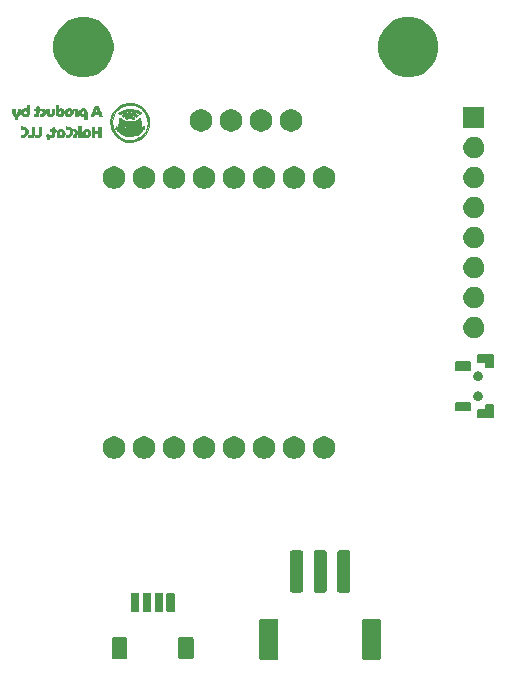
<source format=gbs>
G04 #@! TF.GenerationSoftware,KiCad,Pcbnew,5.1.5+dfsg1-2build2*
G04 #@! TF.CreationDate,2022-06-13T19:55:36-07:00*
G04 #@! TF.ProjectId,v3.0.1-Dev-Kit,76332e30-2e31-42d4-9465-762d4b69742e,rev?*
G04 #@! TF.SameCoordinates,Original*
G04 #@! TF.FileFunction,Soldermask,Bot*
G04 #@! TF.FilePolarity,Negative*
%FSLAX46Y46*%
G04 Gerber Fmt 4.6, Leading zero omitted, Abs format (unit mm)*
G04 Created by KiCad (PCBNEW 5.1.5+dfsg1-2build2) date 2022-06-13 19:55:36*
%MOMM*%
%LPD*%
G04 APERTURE LIST*
%ADD10C,0.200000*%
%ADD11C,0.100000*%
%ADD12C,0.010000*%
%ADD13C,0.150000*%
G04 APERTURE END LIST*
D10*
X20954000Y-7349000D02*
X19654000Y-7349000D01*
X19654000Y-7349000D02*
X19654000Y-6699000D01*
X19654000Y-6699000D02*
X20304000Y-6699000D01*
X20304000Y-6699000D02*
X20304000Y-6299000D01*
X20304000Y-6299000D02*
X20954000Y-6299000D01*
X20954000Y-6299000D02*
X20954000Y-7349000D01*
X20954000Y-3099000D02*
X20304000Y-3099000D01*
X20304000Y-3099000D02*
X20304000Y-2699000D01*
X20304000Y-2699000D02*
X19654000Y-2699000D01*
X19654000Y-2699000D02*
X19654000Y-2049000D01*
X19654000Y-2049000D02*
X20954000Y-2049000D01*
X20954000Y-2049000D02*
X20954000Y-3099000D01*
X18954000Y-6699000D02*
X18954000Y-6099000D01*
X18954000Y-6099000D02*
X17754000Y-6099000D01*
X17754000Y-6099000D02*
X17754000Y-6699000D01*
X17754000Y-6699000D02*
X18954000Y-6699000D01*
X18954000Y-3299000D02*
X18954000Y-2699000D01*
X18954000Y-2699000D02*
X17754000Y-2699000D01*
X17754000Y-2699000D02*
X17754000Y-3299000D01*
X17754000Y-3299000D02*
X18954000Y-3299000D01*
D11*
G36*
X19659600Y-2057400D02*
G01*
X19659600Y-2692400D01*
X20294600Y-2692400D01*
X20294600Y-3098800D01*
X20955000Y-3098800D01*
X20955000Y-2057400D01*
X19659600Y-2057400D01*
G37*
X19659600Y-2057400D02*
X19659600Y-2692400D01*
X20294600Y-2692400D01*
X20294600Y-3098800D01*
X20955000Y-3098800D01*
X20955000Y-2057400D01*
X19659600Y-2057400D01*
G36*
X20320000Y-6299200D02*
G01*
X20320000Y-6705600D01*
X19659600Y-6705600D01*
X19659600Y-7340600D01*
X20955000Y-7340600D01*
X20955000Y-6299200D01*
X20320000Y-6299200D01*
G37*
X20320000Y-6299200D02*
X20320000Y-6705600D01*
X19659600Y-6705600D01*
X19659600Y-7340600D01*
X20955000Y-7340600D01*
X20955000Y-6299200D01*
X20320000Y-6299200D01*
G36*
X17754600Y-6096000D02*
G01*
X17754600Y-6705600D01*
X18948400Y-6705600D01*
X18948400Y-6096000D01*
X17754600Y-6096000D01*
G37*
X17754600Y-6096000D02*
X17754600Y-6705600D01*
X18948400Y-6705600D01*
X18948400Y-6096000D01*
X17754600Y-6096000D01*
G36*
X17754600Y-2717800D02*
G01*
X17754600Y-3302000D01*
X18948400Y-3302000D01*
X18948400Y-2717800D01*
X17754600Y-2717800D01*
G37*
X17754600Y-2717800D02*
X17754600Y-3302000D01*
X18948400Y-3302000D01*
X18948400Y-2717800D01*
X17754600Y-2717800D01*
D10*
X20954000Y-7349000D02*
X19654000Y-7349000D01*
X19654000Y-7349000D02*
X19654000Y-6699000D01*
X19654000Y-6699000D02*
X20304000Y-6699000D01*
X20304000Y-6699000D02*
X20304000Y-6299000D01*
X20304000Y-6299000D02*
X20954000Y-6299000D01*
X20954000Y-6299000D02*
X20954000Y-7349000D01*
X20954000Y-3099000D02*
X20304000Y-3099000D01*
X20304000Y-3099000D02*
X20304000Y-2699000D01*
X20304000Y-2699000D02*
X19654000Y-2699000D01*
X19654000Y-2699000D02*
X19654000Y-2049000D01*
X19654000Y-2049000D02*
X20954000Y-2049000D01*
X20954000Y-2049000D02*
X20954000Y-3099000D01*
X18954000Y-6699000D02*
X18954000Y-6099000D01*
X18954000Y-6099000D02*
X17754000Y-6099000D01*
X17754000Y-6099000D02*
X17754000Y-6699000D01*
X17754000Y-6699000D02*
X18954000Y-6699000D01*
X18954000Y-3299000D02*
X18954000Y-2699000D01*
X18954000Y-2699000D02*
X17754000Y-2699000D01*
X17754000Y-2699000D02*
X17754000Y-3299000D01*
X17754000Y-3299000D02*
X18954000Y-3299000D01*
X19979001Y-5549000D02*
G75*
G03X19979001Y-5549000I-325001J0D01*
G01*
X19979000Y-3849000D02*
G75*
G03X19979000Y-3849000I-325000J0D01*
G01*
D12*
G36*
X-9662638Y19260610D02*
G01*
X-9554126Y19252833D01*
X-9461391Y19237380D01*
X-9366957Y19211775D01*
X-9309818Y19193097D01*
X-9037520Y19075515D01*
X-8797476Y18919636D01*
X-8591827Y18728078D01*
X-8422713Y18503456D01*
X-8292275Y18248388D01*
X-8202654Y17965490D01*
X-8172055Y17802555D01*
X-8160788Y17560438D01*
X-8194000Y17301270D01*
X-8260702Y17060278D01*
X-8371486Y16812785D01*
X-8521718Y16590201D01*
X-8705624Y16395824D01*
X-8917433Y16232951D01*
X-9151373Y16104881D01*
X-9401670Y16014910D01*
X-9662554Y15966337D01*
X-9928250Y15962460D01*
X-10131092Y15991704D01*
X-10419392Y16078412D01*
X-10679298Y16206127D01*
X-10908279Y16372608D01*
X-11103801Y16575614D01*
X-11263335Y16812905D01*
X-11384348Y17082242D01*
X-11393615Y17109018D01*
X-11443277Y17312788D01*
X-11466861Y17540552D01*
X-11465706Y17629000D01*
X-11313550Y17629000D01*
X-11308136Y17447148D01*
X-11285281Y17291126D01*
X-11240186Y17139994D01*
X-11168053Y16972812D01*
X-11158768Y16953582D01*
X-11018318Y16721410D01*
X-10840486Y16521741D01*
X-10629410Y16357816D01*
X-10389231Y16232870D01*
X-10134600Y16152483D01*
X-9976664Y16121752D01*
X-9843189Y16109746D01*
X-9711512Y16116218D01*
X-9558968Y16140920D01*
X-9534067Y16145940D01*
X-9265205Y16225607D01*
X-9022978Y16347128D01*
X-8810571Y16507294D01*
X-8631172Y16702893D01*
X-8487967Y16930717D01*
X-8384142Y17187555D01*
X-8343967Y17344911D01*
X-8319553Y17477708D01*
X-8308824Y17585617D01*
X-8311865Y17688987D01*
X-8328763Y17808172D01*
X-8346317Y17899334D01*
X-8424714Y18161965D01*
X-8546599Y18402712D01*
X-8707732Y18617085D01*
X-8903873Y18800592D01*
X-9130781Y18948743D01*
X-9384216Y19057049D01*
X-9461500Y19080209D01*
X-9545733Y19095700D01*
X-9660451Y19107083D01*
X-9785391Y19112570D01*
X-9829800Y19112750D01*
X-10093392Y19091670D01*
X-10330500Y19031052D01*
X-10548543Y18927747D01*
X-10754943Y18778606D01*
X-10871453Y18670653D01*
X-11048429Y18467592D01*
X-11177754Y18257162D01*
X-11262579Y18031943D01*
X-11306051Y17784515D01*
X-11313550Y17629000D01*
X-11465706Y17629000D01*
X-11463832Y17772394D01*
X-11433650Y17988394D01*
X-11418953Y18048100D01*
X-11319931Y18313594D01*
X-11177641Y18558220D01*
X-10997136Y18775816D01*
X-10783465Y18960221D01*
X-10559454Y19096511D01*
X-10392814Y19172002D01*
X-10238086Y19222200D01*
X-10077313Y19251070D01*
X-9892539Y19262575D01*
X-9804400Y19263187D01*
X-9662638Y19260610D01*
G37*
X-9662638Y19260610D02*
X-9554126Y19252833D01*
X-9461391Y19237380D01*
X-9366957Y19211775D01*
X-9309818Y19193097D01*
X-9037520Y19075515D01*
X-8797476Y18919636D01*
X-8591827Y18728078D01*
X-8422713Y18503456D01*
X-8292275Y18248388D01*
X-8202654Y17965490D01*
X-8172055Y17802555D01*
X-8160788Y17560438D01*
X-8194000Y17301270D01*
X-8260702Y17060278D01*
X-8371486Y16812785D01*
X-8521718Y16590201D01*
X-8705624Y16395824D01*
X-8917433Y16232951D01*
X-9151373Y16104881D01*
X-9401670Y16014910D01*
X-9662554Y15966337D01*
X-9928250Y15962460D01*
X-10131092Y15991704D01*
X-10419392Y16078412D01*
X-10679298Y16206127D01*
X-10908279Y16372608D01*
X-11103801Y16575614D01*
X-11263335Y16812905D01*
X-11384348Y17082242D01*
X-11393615Y17109018D01*
X-11443277Y17312788D01*
X-11466861Y17540552D01*
X-11465706Y17629000D01*
X-11313550Y17629000D01*
X-11308136Y17447148D01*
X-11285281Y17291126D01*
X-11240186Y17139994D01*
X-11168053Y16972812D01*
X-11158768Y16953582D01*
X-11018318Y16721410D01*
X-10840486Y16521741D01*
X-10629410Y16357816D01*
X-10389231Y16232870D01*
X-10134600Y16152483D01*
X-9976664Y16121752D01*
X-9843189Y16109746D01*
X-9711512Y16116218D01*
X-9558968Y16140920D01*
X-9534067Y16145940D01*
X-9265205Y16225607D01*
X-9022978Y16347128D01*
X-8810571Y16507294D01*
X-8631172Y16702893D01*
X-8487967Y16930717D01*
X-8384142Y17187555D01*
X-8343967Y17344911D01*
X-8319553Y17477708D01*
X-8308824Y17585617D01*
X-8311865Y17688987D01*
X-8328763Y17808172D01*
X-8346317Y17899334D01*
X-8424714Y18161965D01*
X-8546599Y18402712D01*
X-8707732Y18617085D01*
X-8903873Y18800592D01*
X-9130781Y18948743D01*
X-9384216Y19057049D01*
X-9461500Y19080209D01*
X-9545733Y19095700D01*
X-9660451Y19107083D01*
X-9785391Y19112570D01*
X-9829800Y19112750D01*
X-10093392Y19091670D01*
X-10330500Y19031052D01*
X-10548543Y18927747D01*
X-10754943Y18778606D01*
X-10871453Y18670653D01*
X-11048429Y18467592D01*
X-11177754Y18257162D01*
X-11262579Y18031943D01*
X-11306051Y17784515D01*
X-11313550Y17629000D01*
X-11465706Y17629000D01*
X-11463832Y17772394D01*
X-11433650Y17988394D01*
X-11418953Y18048100D01*
X-11319931Y18313594D01*
X-11177641Y18558220D01*
X-10997136Y18775816D01*
X-10783465Y18960221D01*
X-10559454Y19096511D01*
X-10392814Y19172002D01*
X-10238086Y19222200D01*
X-10077313Y19251070D01*
X-9892539Y19262575D01*
X-9804400Y19263187D01*
X-9662638Y19260610D01*
G36*
X-16731455Y16602798D02*
G01*
X-16692880Y16582520D01*
X-16668271Y16530037D01*
X-16664294Y16460717D01*
X-16681566Y16402591D01*
X-16688744Y16393617D01*
X-16702096Y16349808D01*
X-16688744Y16297983D01*
X-16669537Y16239929D01*
X-16662400Y16204947D01*
X-16683671Y16188906D01*
X-16732333Y16181841D01*
X-16785662Y16184414D01*
X-16820936Y16197288D01*
X-16823327Y16200250D01*
X-16836459Y16233609D01*
X-16857959Y16299122D01*
X-16874582Y16353744D01*
X-16898920Y16474698D01*
X-16889369Y16558021D01*
X-16845965Y16603605D01*
X-16795109Y16613000D01*
X-16731455Y16602798D01*
G37*
X-16731455Y16602798D02*
X-16692880Y16582520D01*
X-16668271Y16530037D01*
X-16664294Y16460717D01*
X-16681566Y16402591D01*
X-16688744Y16393617D01*
X-16702096Y16349808D01*
X-16688744Y16297983D01*
X-16669537Y16239929D01*
X-16662400Y16204947D01*
X-16683671Y16188906D01*
X-16732333Y16181841D01*
X-16785662Y16184414D01*
X-16820936Y16197288D01*
X-16823327Y16200250D01*
X-16836459Y16233609D01*
X-16857959Y16299122D01*
X-16874582Y16353744D01*
X-16898920Y16474698D01*
X-16889369Y16558021D01*
X-16845965Y16603605D01*
X-16795109Y16613000D01*
X-16731455Y16602798D01*
G36*
X-15567023Y17028322D02*
G01*
X-15471163Y16976760D01*
X-15399513Y16894624D01*
X-15355391Y16790431D01*
X-15346825Y16674170D01*
X-15371381Y16561152D01*
X-15426626Y16466687D01*
X-15474157Y16424846D01*
X-15554240Y16388005D01*
X-15642929Y16369440D01*
X-15716204Y16373864D01*
X-15722600Y16376078D01*
X-15772513Y16404677D01*
X-15805150Y16429752D01*
X-15838637Y16454750D01*
X-15849008Y16443062D01*
X-15849600Y16426437D01*
X-15864574Y16396380D01*
X-15916088Y16384916D01*
X-15938500Y16384400D01*
X-16027400Y16384400D01*
X-16027400Y16590112D01*
X-16016719Y16755259D01*
X-15819879Y16755259D01*
X-15819328Y16675212D01*
X-15793587Y16602204D01*
X-15747422Y16551358D01*
X-15698915Y16536800D01*
X-15647626Y16550759D01*
X-15601252Y16576341D01*
X-15554546Y16636002D01*
X-15544800Y16698486D01*
X-15561846Y16793991D01*
X-15610741Y16853671D01*
X-15684500Y16873350D01*
X-15750950Y16857522D01*
X-15790470Y16827221D01*
X-15819879Y16755259D01*
X-16016719Y16755259D01*
X-16016425Y16759793D01*
X-15981833Y16886658D01*
X-15921124Y16974093D01*
X-15831801Y17025484D01*
X-15711364Y17044216D01*
X-15692112Y17044426D01*
X-15567023Y17028322D01*
G37*
X-15567023Y17028322D02*
X-15471163Y16976760D01*
X-15399513Y16894624D01*
X-15355391Y16790431D01*
X-15346825Y16674170D01*
X-15371381Y16561152D01*
X-15426626Y16466687D01*
X-15474157Y16424846D01*
X-15554240Y16388005D01*
X-15642929Y16369440D01*
X-15716204Y16373864D01*
X-15722600Y16376078D01*
X-15772513Y16404677D01*
X-15805150Y16429752D01*
X-15838637Y16454750D01*
X-15849008Y16443062D01*
X-15849600Y16426437D01*
X-15864574Y16396380D01*
X-15916088Y16384916D01*
X-15938500Y16384400D01*
X-16027400Y16384400D01*
X-16027400Y16590112D01*
X-16016719Y16755259D01*
X-15819879Y16755259D01*
X-15819328Y16675212D01*
X-15793587Y16602204D01*
X-15747422Y16551358D01*
X-15698915Y16536800D01*
X-15647626Y16550759D01*
X-15601252Y16576341D01*
X-15554546Y16636002D01*
X-15544800Y16698486D01*
X-15561846Y16793991D01*
X-15610741Y16853671D01*
X-15684500Y16873350D01*
X-15750950Y16857522D01*
X-15790470Y16827221D01*
X-15819879Y16755259D01*
X-16016719Y16755259D01*
X-16016425Y16759793D01*
X-15981833Y16886658D01*
X-15921124Y16974093D01*
X-15831801Y17025484D01*
X-15711364Y17044216D01*
X-15692112Y17044426D01*
X-15567023Y17028322D01*
G36*
X-13368722Y17024888D02*
G01*
X-13263416Y16967185D01*
X-13193737Y16874743D01*
X-13162391Y16750613D01*
X-13163511Y16657866D01*
X-13196092Y16539678D01*
X-13263045Y16447396D01*
X-13355310Y16388045D01*
X-13463827Y16368651D01*
X-13525500Y16377141D01*
X-13583860Y16400253D01*
X-13608050Y16415644D01*
X-13635374Y16427176D01*
X-13639800Y16412911D01*
X-13662636Y16394429D01*
X-13721344Y16384902D01*
X-13741400Y16384400D01*
X-13843000Y16384400D01*
X-13843000Y16588862D01*
X-13833654Y16715397D01*
X-13639800Y16715397D01*
X-13621912Y16627842D01*
X-13575553Y16567602D01*
X-13511684Y16541105D01*
X-13441265Y16554774D01*
X-13406851Y16578837D01*
X-13373636Y16635697D01*
X-13360807Y16713329D01*
X-13369062Y16789529D01*
X-13398579Y16841665D01*
X-13471344Y16875064D01*
X-13544009Y16866186D01*
X-13603505Y16821874D01*
X-13636761Y16748967D01*
X-13639800Y16715397D01*
X-13833654Y16715397D01*
X-13830354Y16760062D01*
X-13791346Y16889078D01*
X-13724374Y16978084D01*
X-13627836Y17029254D01*
X-13506944Y17044800D01*
X-13368722Y17024888D01*
G37*
X-13368722Y17024888D02*
X-13263416Y16967185D01*
X-13193737Y16874743D01*
X-13162391Y16750613D01*
X-13163511Y16657866D01*
X-13196092Y16539678D01*
X-13263045Y16447396D01*
X-13355310Y16388045D01*
X-13463827Y16368651D01*
X-13525500Y16377141D01*
X-13583860Y16400253D01*
X-13608050Y16415644D01*
X-13635374Y16427176D01*
X-13639800Y16412911D01*
X-13662636Y16394429D01*
X-13721344Y16384902D01*
X-13741400Y16384400D01*
X-13843000Y16384400D01*
X-13843000Y16588862D01*
X-13833654Y16715397D01*
X-13639800Y16715397D01*
X-13621912Y16627842D01*
X-13575553Y16567602D01*
X-13511684Y16541105D01*
X-13441265Y16554774D01*
X-13406851Y16578837D01*
X-13373636Y16635697D01*
X-13360807Y16713329D01*
X-13369062Y16789529D01*
X-13398579Y16841665D01*
X-13471344Y16875064D01*
X-13544009Y16866186D01*
X-13603505Y16821874D01*
X-13636761Y16748967D01*
X-13639800Y16715397D01*
X-13833654Y16715397D01*
X-13830354Y16760062D01*
X-13791346Y16889078D01*
X-13724374Y16978084D01*
X-13627836Y17029254D01*
X-13506944Y17044800D01*
X-13368722Y17024888D01*
G36*
X-18899897Y17268649D02*
G01*
X-18740486Y17237047D01*
X-18615345Y17169582D01*
X-18527074Y17069137D01*
X-18478270Y16938597D01*
X-18470625Y16792086D01*
X-18503246Y16643913D01*
X-18575176Y16526065D01*
X-18682728Y16441815D01*
X-18822213Y16394437D01*
X-18929350Y16384958D01*
X-19050000Y16384400D01*
X-19050000Y16473300D01*
X-19046167Y16532600D01*
X-19024342Y16557137D01*
X-18969042Y16562180D01*
X-18959839Y16562200D01*
X-18857597Y16577838D01*
X-18765470Y16618893D01*
X-18701975Y16676580D01*
X-18695153Y16687794D01*
X-18677254Y16746380D01*
X-18669055Y16822822D01*
X-18669000Y16828900D01*
X-18676129Y16905350D01*
X-18693459Y16966648D01*
X-18695153Y16970007D01*
X-18751693Y17029712D01*
X-18840124Y17074331D01*
X-18941929Y17095079D01*
X-18959839Y17095600D01*
X-19019572Y17099222D01*
X-19044593Y17120325D01*
X-19049960Y17174264D01*
X-19050000Y17187553D01*
X-19050000Y17279506D01*
X-18899897Y17268649D01*
G37*
X-18899897Y17268649D02*
X-18740486Y17237047D01*
X-18615345Y17169582D01*
X-18527074Y17069137D01*
X-18478270Y16938597D01*
X-18470625Y16792086D01*
X-18503246Y16643913D01*
X-18575176Y16526065D01*
X-18682728Y16441815D01*
X-18822213Y16394437D01*
X-18929350Y16384958D01*
X-19050000Y16384400D01*
X-19050000Y16473300D01*
X-19046167Y16532600D01*
X-19024342Y16557137D01*
X-18969042Y16562180D01*
X-18959839Y16562200D01*
X-18857597Y16577838D01*
X-18765470Y16618893D01*
X-18701975Y16676580D01*
X-18695153Y16687794D01*
X-18677254Y16746380D01*
X-18669055Y16822822D01*
X-18669000Y16828900D01*
X-18676129Y16905350D01*
X-18693459Y16966648D01*
X-18695153Y16970007D01*
X-18751693Y17029712D01*
X-18840124Y17074331D01*
X-18941929Y17095079D01*
X-18959839Y17095600D01*
X-19019572Y17099222D01*
X-19044593Y17120325D01*
X-19049960Y17174264D01*
X-19050000Y17187553D01*
X-19050000Y17279506D01*
X-18899897Y17268649D01*
G36*
X-17911477Y16902954D02*
G01*
X-17919700Y16532507D01*
X-18002651Y16458454D01*
X-18055050Y16417112D01*
X-18106695Y16394752D01*
X-18176373Y16385756D01*
X-18250301Y16384400D01*
X-18415000Y16384400D01*
X-18415000Y16559665D01*
X-18268950Y16567283D01*
X-18122900Y16574900D01*
X-18115834Y16924150D01*
X-18108767Y17273400D01*
X-17903253Y17273400D01*
X-17911477Y16902954D01*
G37*
X-17911477Y16902954D02*
X-17919700Y16532507D01*
X-18002651Y16458454D01*
X-18055050Y16417112D01*
X-18106695Y16394752D01*
X-18176373Y16385756D01*
X-18250301Y16384400D01*
X-18415000Y16384400D01*
X-18415000Y16559665D01*
X-18268950Y16567283D01*
X-18122900Y16574900D01*
X-18115834Y16924150D01*
X-18108767Y17273400D01*
X-17903253Y17273400D01*
X-17911477Y16902954D01*
G36*
X-17327277Y16902954D02*
G01*
X-17335500Y16532507D01*
X-17418451Y16458454D01*
X-17470850Y16417112D01*
X-17522495Y16394752D01*
X-17592173Y16385756D01*
X-17666101Y16384400D01*
X-17830800Y16384400D01*
X-17830800Y16562200D01*
X-17708880Y16562200D01*
X-17630402Y16568210D01*
X-17571515Y16583426D01*
X-17556480Y16592681D01*
X-17541441Y16633941D01*
X-17531511Y16723167D01*
X-17526601Y16861402D01*
X-17526000Y16948281D01*
X-17526000Y17273400D01*
X-17319053Y17273400D01*
X-17327277Y16902954D01*
G37*
X-17327277Y16902954D02*
X-17335500Y16532507D01*
X-17418451Y16458454D01*
X-17470850Y16417112D01*
X-17522495Y16394752D01*
X-17592173Y16385756D01*
X-17666101Y16384400D01*
X-17830800Y16384400D01*
X-17830800Y16562200D01*
X-17708880Y16562200D01*
X-17630402Y16568210D01*
X-17571515Y16583426D01*
X-17556480Y16592681D01*
X-17541441Y16633941D01*
X-17531511Y16723167D01*
X-17526601Y16861402D01*
X-17526000Y16948281D01*
X-17526000Y17273400D01*
X-17319053Y17273400D01*
X-17327277Y16902954D01*
G36*
X-16241654Y17194191D02*
G01*
X-16212693Y17177885D01*
X-16205361Y17137363D01*
X-16205200Y17121000D01*
X-16197217Y17065224D01*
X-16167514Y17045587D01*
X-16154400Y17044800D01*
X-16119388Y17034856D01*
X-16105261Y16996034D01*
X-16103600Y16955900D01*
X-16109283Y16894629D01*
X-16131467Y16869906D01*
X-16154400Y16867000D01*
X-16180619Y16862402D01*
X-16195879Y16841514D01*
X-16203088Y16793695D01*
X-16205149Y16708304D01*
X-16205200Y16680928D01*
X-16212794Y16552017D01*
X-16239550Y16465068D01*
X-16291431Y16412988D01*
X-16374401Y16388684D01*
X-16454488Y16384400D01*
X-16586200Y16384400D01*
X-16586200Y16473300D01*
X-16582269Y16532884D01*
X-16560085Y16557320D01*
X-16504067Y16562189D01*
X-16497300Y16562200D01*
X-16408400Y16562200D01*
X-16408400Y16867000D01*
X-16497300Y16867000D01*
X-16556884Y16870932D01*
X-16581320Y16893116D01*
X-16586189Y16949134D01*
X-16586200Y16955900D01*
X-16582269Y17015484D01*
X-16560085Y17039920D01*
X-16504067Y17044789D01*
X-16497300Y17044800D01*
X-16437572Y17049048D01*
X-16413074Y17070594D01*
X-16408400Y17121000D01*
X-16404388Y17169861D01*
X-16382647Y17191581D01*
X-16328617Y17197080D01*
X-16306800Y17197200D01*
X-16241654Y17194191D01*
G37*
X-16241654Y17194191D02*
X-16212693Y17177885D01*
X-16205361Y17137363D01*
X-16205200Y17121000D01*
X-16197217Y17065224D01*
X-16167514Y17045587D01*
X-16154400Y17044800D01*
X-16119388Y17034856D01*
X-16105261Y16996034D01*
X-16103600Y16955900D01*
X-16109283Y16894629D01*
X-16131467Y16869906D01*
X-16154400Y16867000D01*
X-16180619Y16862402D01*
X-16195879Y16841514D01*
X-16203088Y16793695D01*
X-16205149Y16708304D01*
X-16205200Y16680928D01*
X-16212794Y16552017D01*
X-16239550Y16465068D01*
X-16291431Y16412988D01*
X-16374401Y16388684D01*
X-16454488Y16384400D01*
X-16586200Y16384400D01*
X-16586200Y16473300D01*
X-16582269Y16532884D01*
X-16560085Y16557320D01*
X-16504067Y16562189D01*
X-16497300Y16562200D01*
X-16408400Y16562200D01*
X-16408400Y16867000D01*
X-16497300Y16867000D01*
X-16556884Y16870932D01*
X-16581320Y16893116D01*
X-16586189Y16949134D01*
X-16586200Y16955900D01*
X-16582269Y17015484D01*
X-16560085Y17039920D01*
X-16504067Y17044789D01*
X-16497300Y17044800D01*
X-16437572Y17049048D01*
X-16413074Y17070594D01*
X-16408400Y17121000D01*
X-16404388Y17169861D01*
X-16382647Y17191581D01*
X-16328617Y17197080D01*
X-16306800Y17197200D01*
X-16241654Y17194191D01*
G36*
X-15115297Y17268649D02*
G01*
X-14955886Y17237047D01*
X-14830745Y17169582D01*
X-14742474Y17069137D01*
X-14693670Y16938597D01*
X-14686025Y16792086D01*
X-14718646Y16643913D01*
X-14790576Y16526065D01*
X-14898128Y16441815D01*
X-15037613Y16394437D01*
X-15144750Y16384958D01*
X-15265400Y16384400D01*
X-15265400Y16473300D01*
X-15261567Y16532600D01*
X-15239742Y16557137D01*
X-15184442Y16562180D01*
X-15175239Y16562200D01*
X-15072997Y16577838D01*
X-14980870Y16618893D01*
X-14917375Y16676580D01*
X-14910553Y16687794D01*
X-14892654Y16746380D01*
X-14884455Y16822822D01*
X-14884400Y16828900D01*
X-14891529Y16905350D01*
X-14908859Y16966648D01*
X-14910553Y16970007D01*
X-14967093Y17029712D01*
X-15055524Y17074331D01*
X-15157329Y17095079D01*
X-15175239Y17095600D01*
X-15234972Y17099222D01*
X-15259993Y17120325D01*
X-15265360Y17174264D01*
X-15265400Y17187553D01*
X-15265400Y17279506D01*
X-15115297Y17268649D01*
G37*
X-15115297Y17268649D02*
X-14955886Y17237047D01*
X-14830745Y17169582D01*
X-14742474Y17069137D01*
X-14693670Y16938597D01*
X-14686025Y16792086D01*
X-14718646Y16643913D01*
X-14790576Y16526065D01*
X-14898128Y16441815D01*
X-15037613Y16394437D01*
X-15144750Y16384958D01*
X-15265400Y16384400D01*
X-15265400Y16473300D01*
X-15261567Y16532600D01*
X-15239742Y16557137D01*
X-15184442Y16562180D01*
X-15175239Y16562200D01*
X-15072997Y16577838D01*
X-14980870Y16618893D01*
X-14917375Y16676580D01*
X-14910553Y16687794D01*
X-14892654Y16746380D01*
X-14884455Y16822822D01*
X-14884400Y16828900D01*
X-14891529Y16905350D01*
X-14908859Y16966648D01*
X-14910553Y16970007D01*
X-14967093Y17029712D01*
X-15055524Y17074331D01*
X-15157329Y17095079D01*
X-15175239Y17095600D01*
X-15234972Y17099222D01*
X-15259993Y17120325D01*
X-15265360Y17174264D01*
X-15265400Y17187553D01*
X-15265400Y17279506D01*
X-15115297Y17268649D01*
G36*
X-13970000Y16384400D02*
G01*
X-14173200Y16384400D01*
X-14173200Y16511400D01*
X-14175491Y16587002D01*
X-14186267Y16624724D01*
X-14211382Y16637421D01*
X-14231049Y16638400D01*
X-14319583Y16616881D01*
X-14379621Y16558411D01*
X-14401800Y16472123D01*
X-14401800Y16471860D01*
X-14404964Y16415858D01*
X-14424214Y16390970D01*
X-14474192Y16384592D01*
X-14503400Y16384400D01*
X-14568447Y16387065D01*
X-14597354Y16403725D01*
X-14604770Y16447381D01*
X-14605000Y16474562D01*
X-14590377Y16572657D01*
X-14552357Y16663218D01*
X-14499713Y16726941D01*
X-14486231Y16735899D01*
X-14465172Y16753703D01*
X-14465105Y16780755D01*
X-14489028Y16828815D01*
X-14524331Y16885435D01*
X-14567658Y16955605D01*
X-14596940Y17008102D01*
X-14605000Y17027974D01*
X-14582487Y17038629D01*
X-14526420Y17044440D01*
X-14506048Y17044800D01*
X-14447635Y17040915D01*
X-14405996Y17022256D01*
X-14366203Y16978318D01*
X-14325600Y16917800D01*
X-14268607Y16835724D01*
X-14227299Y16795204D01*
X-14199399Y16798142D01*
X-14182627Y16846434D01*
X-14174705Y16941981D01*
X-14173200Y17044800D01*
X-14173200Y17298800D01*
X-13970000Y17298800D01*
X-13970000Y16384400D01*
G37*
X-13970000Y16384400D02*
X-14173200Y16384400D01*
X-14173200Y16511400D01*
X-14175491Y16587002D01*
X-14186267Y16624724D01*
X-14211382Y16637421D01*
X-14231049Y16638400D01*
X-14319583Y16616881D01*
X-14379621Y16558411D01*
X-14401800Y16472123D01*
X-14401800Y16471860D01*
X-14404964Y16415858D01*
X-14424214Y16390970D01*
X-14474192Y16384592D01*
X-14503400Y16384400D01*
X-14568447Y16387065D01*
X-14597354Y16403725D01*
X-14604770Y16447381D01*
X-14605000Y16474562D01*
X-14590377Y16572657D01*
X-14552357Y16663218D01*
X-14499713Y16726941D01*
X-14486231Y16735899D01*
X-14465172Y16753703D01*
X-14465105Y16780755D01*
X-14489028Y16828815D01*
X-14524331Y16885435D01*
X-14567658Y16955605D01*
X-14596940Y17008102D01*
X-14605000Y17027974D01*
X-14582487Y17038629D01*
X-14526420Y17044440D01*
X-14506048Y17044800D01*
X-14447635Y17040915D01*
X-14405996Y17022256D01*
X-14366203Y16978318D01*
X-14325600Y16917800D01*
X-14268607Y16835724D01*
X-14227299Y16795204D01*
X-14199399Y16798142D01*
X-14182627Y16846434D01*
X-14174705Y16941981D01*
X-14173200Y17044800D01*
X-14173200Y17298800D01*
X-13970000Y17298800D01*
X-13970000Y16384400D01*
G36*
X-12852400Y16917800D02*
G01*
X-12496800Y16917800D01*
X-12496800Y17273400D01*
X-12293600Y17273400D01*
X-12293600Y16384400D01*
X-12496800Y16384400D01*
X-12496800Y16740000D01*
X-12852400Y16740000D01*
X-12852400Y16384400D01*
X-13055600Y16384400D01*
X-13055600Y17273400D01*
X-12852400Y17273400D01*
X-12852400Y16917800D01*
G37*
X-12852400Y16917800D02*
X-12496800Y16917800D01*
X-12496800Y17273400D01*
X-12293600Y17273400D01*
X-12293600Y16384400D01*
X-12496800Y16384400D01*
X-12496800Y16740000D01*
X-12852400Y16740000D01*
X-12852400Y16384400D01*
X-13055600Y16384400D01*
X-13055600Y17273400D01*
X-12852400Y17273400D01*
X-12852400Y16917800D01*
G36*
X-13709296Y18806435D02*
G01*
X-13657271Y18788330D01*
X-13586788Y18748260D01*
X-13534626Y18690626D01*
X-13498463Y18608496D01*
X-13475976Y18494934D01*
X-13464844Y18343007D01*
X-13462558Y18206850D01*
X-13462000Y17883000D01*
X-13665200Y17883000D01*
X-13665200Y18186543D01*
X-13730354Y18161772D01*
X-13848824Y18139623D01*
X-13961329Y18159639D01*
X-14055507Y18217682D01*
X-14109271Y18288569D01*
X-14132422Y18359324D01*
X-14146163Y18451517D01*
X-14147318Y18479900D01*
X-13954760Y18479900D01*
X-13944926Y18408699D01*
X-13921269Y18355394D01*
X-13921170Y18355274D01*
X-13862838Y18319994D01*
X-13789982Y18318719D01*
X-13724307Y18349846D01*
X-13704741Y18371252D01*
X-13671195Y18452821D01*
X-13675585Y18533601D01*
X-13712521Y18600319D01*
X-13776610Y18639702D01*
X-13815931Y18645000D01*
X-13894241Y18624842D01*
X-13940952Y18565531D01*
X-13954760Y18479900D01*
X-14147318Y18479900D01*
X-14147800Y18491712D01*
X-14142266Y18578926D01*
X-14119054Y18642032D01*
X-14068257Y18707124D01*
X-14064378Y18711376D01*
X-13962027Y18788012D01*
X-13840829Y18820235D01*
X-13709296Y18806435D01*
G37*
X-13709296Y18806435D02*
X-13657271Y18788330D01*
X-13586788Y18748260D01*
X-13534626Y18690626D01*
X-13498463Y18608496D01*
X-13475976Y18494934D01*
X-13464844Y18343007D01*
X-13462558Y18206850D01*
X-13462000Y17883000D01*
X-13665200Y17883000D01*
X-13665200Y18186543D01*
X-13730354Y18161772D01*
X-13848824Y18139623D01*
X-13961329Y18159639D01*
X-14055507Y18217682D01*
X-14109271Y18288569D01*
X-14132422Y18359324D01*
X-14146163Y18451517D01*
X-14147318Y18479900D01*
X-13954760Y18479900D01*
X-13944926Y18408699D01*
X-13921269Y18355394D01*
X-13921170Y18355274D01*
X-13862838Y18319994D01*
X-13789982Y18318719D01*
X-13724307Y18349846D01*
X-13704741Y18371252D01*
X-13671195Y18452821D01*
X-13675585Y18533601D01*
X-13712521Y18600319D01*
X-13776610Y18639702D01*
X-13815931Y18645000D01*
X-13894241Y18624842D01*
X-13940952Y18565531D01*
X-13954760Y18479900D01*
X-14147318Y18479900D01*
X-14147800Y18491712D01*
X-14142266Y18578926D01*
X-14119054Y18642032D01*
X-14068257Y18707124D01*
X-14064378Y18711376D01*
X-13962027Y18788012D01*
X-13840829Y18820235D01*
X-13709296Y18806435D01*
G36*
X-19583400Y18586580D02*
G01*
X-19579864Y18463675D01*
X-19566937Y18383190D01*
X-19541145Y18337091D01*
X-19499011Y18317345D01*
X-19465835Y18314800D01*
X-19403906Y18326030D01*
X-19362832Y18364292D01*
X-19339286Y18436448D01*
X-19329937Y18549359D01*
X-19329400Y18596015D01*
X-19329400Y18797400D01*
X-19151600Y18797400D01*
X-19151600Y18558049D01*
X-19152728Y18443605D01*
X-19157921Y18366836D01*
X-19169893Y18314635D01*
X-19191360Y18273894D01*
X-19217358Y18240549D01*
X-19267615Y18190685D01*
X-19310795Y18163874D01*
X-19318958Y18162400D01*
X-19341981Y18146134D01*
X-19353024Y18092242D01*
X-19354800Y18035400D01*
X-19354800Y17908400D01*
X-19558000Y17908400D01*
X-19558000Y18029832D01*
X-19560990Y18104873D01*
X-19575709Y18146132D01*
X-19610785Y18170531D01*
X-19634645Y18180193D01*
X-19703374Y18226331D01*
X-19750535Y18307234D01*
X-19777739Y18427286D01*
X-19786599Y18590869D01*
X-19786600Y18593385D01*
X-19786600Y18797400D01*
X-19583400Y18797400D01*
X-19583400Y18586580D01*
G37*
X-19583400Y18586580D02*
X-19579864Y18463675D01*
X-19566937Y18383190D01*
X-19541145Y18337091D01*
X-19499011Y18317345D01*
X-19465835Y18314800D01*
X-19403906Y18326030D01*
X-19362832Y18364292D01*
X-19339286Y18436448D01*
X-19329937Y18549359D01*
X-19329400Y18596015D01*
X-19329400Y18797400D01*
X-19151600Y18797400D01*
X-19151600Y18558049D01*
X-19152728Y18443605D01*
X-19157921Y18366836D01*
X-19169893Y18314635D01*
X-19191360Y18273894D01*
X-19217358Y18240549D01*
X-19267615Y18190685D01*
X-19310795Y18163874D01*
X-19318958Y18162400D01*
X-19341981Y18146134D01*
X-19353024Y18092242D01*
X-19354800Y18035400D01*
X-19354800Y17908400D01*
X-19558000Y17908400D01*
X-19558000Y18029832D01*
X-19560990Y18104873D01*
X-19575709Y18146132D01*
X-19610785Y18170531D01*
X-19634645Y18180193D01*
X-19703374Y18226331D01*
X-19750535Y18307234D01*
X-19777739Y18427286D01*
X-19786599Y18590869D01*
X-19786600Y18593385D01*
X-19786600Y18797400D01*
X-19583400Y18797400D01*
X-19583400Y18586580D01*
G36*
X-18364200Y18718770D02*
G01*
X-18365312Y18567762D01*
X-18369263Y18458332D01*
X-18376975Y18381293D01*
X-18389372Y18327462D01*
X-18407375Y18287650D01*
X-18407534Y18287380D01*
X-18484181Y18204224D01*
X-18589066Y18154128D01*
X-18709567Y18139969D01*
X-18833058Y18164629D01*
X-18871745Y18181490D01*
X-18952535Y18247808D01*
X-19011807Y18346131D01*
X-19041985Y18459614D01*
X-19041420Y18479900D01*
X-18846800Y18479900D01*
X-18827420Y18404021D01*
X-18778280Y18347490D01*
X-18712881Y18316880D01*
X-18644722Y18318764D01*
X-18590831Y18355274D01*
X-18567140Y18408458D01*
X-18557241Y18479653D01*
X-18557240Y18479900D01*
X-18574191Y18573029D01*
X-18624065Y18628579D01*
X-18696070Y18645000D01*
X-18769121Y18622190D01*
X-18823871Y18563678D01*
X-18846738Y18484343D01*
X-18846800Y18479900D01*
X-19041420Y18479900D01*
X-19039350Y18554111D01*
X-18998827Y18660209D01*
X-18927743Y18744289D01*
X-18837014Y18800475D01*
X-18737559Y18822889D01*
X-18640296Y18805652D01*
X-18606037Y18787387D01*
X-18542000Y18745429D01*
X-18542000Y19076800D01*
X-18364200Y19076800D01*
X-18364200Y18718770D01*
G37*
X-18364200Y18718770D02*
X-18365312Y18567762D01*
X-18369263Y18458332D01*
X-18376975Y18381293D01*
X-18389372Y18327462D01*
X-18407375Y18287650D01*
X-18407534Y18287380D01*
X-18484181Y18204224D01*
X-18589066Y18154128D01*
X-18709567Y18139969D01*
X-18833058Y18164629D01*
X-18871745Y18181490D01*
X-18952535Y18247808D01*
X-19011807Y18346131D01*
X-19041985Y18459614D01*
X-19041420Y18479900D01*
X-18846800Y18479900D01*
X-18827420Y18404021D01*
X-18778280Y18347490D01*
X-18712881Y18316880D01*
X-18644722Y18318764D01*
X-18590831Y18355274D01*
X-18567140Y18408458D01*
X-18557241Y18479653D01*
X-18557240Y18479900D01*
X-18574191Y18573029D01*
X-18624065Y18628579D01*
X-18696070Y18645000D01*
X-18769121Y18622190D01*
X-18823871Y18563678D01*
X-18846738Y18484343D01*
X-18846800Y18479900D01*
X-19041420Y18479900D01*
X-19039350Y18554111D01*
X-18998827Y18660209D01*
X-18927743Y18744289D01*
X-18837014Y18800475D01*
X-18737559Y18822889D01*
X-18640296Y18805652D01*
X-18606037Y18787387D01*
X-18542000Y18745429D01*
X-18542000Y19076800D01*
X-18364200Y19076800D01*
X-18364200Y18718770D01*
G36*
X-16687800Y18586580D02*
G01*
X-16684264Y18463675D01*
X-16671337Y18383190D01*
X-16645545Y18337091D01*
X-16603411Y18317345D01*
X-16570235Y18314800D01*
X-16508306Y18326030D01*
X-16467232Y18364292D01*
X-16443686Y18436448D01*
X-16434337Y18549359D01*
X-16433800Y18596015D01*
X-16433800Y18797400D01*
X-16256000Y18797400D01*
X-16256000Y18556501D01*
X-16256937Y18442693D01*
X-16261672Y18366682D01*
X-16273097Y18315474D01*
X-16294103Y18276074D01*
X-16327359Y18235738D01*
X-16386014Y18182415D01*
X-16452644Y18155373D01*
X-16524209Y18145576D01*
X-16660039Y18152101D01*
X-16730447Y18176539D01*
X-16804447Y18231943D01*
X-16854028Y18313879D01*
X-16881955Y18429494D01*
X-16890992Y18585934D01*
X-16891000Y18591689D01*
X-16891000Y18797400D01*
X-16687800Y18797400D01*
X-16687800Y18586580D01*
G37*
X-16687800Y18586580D02*
X-16684264Y18463675D01*
X-16671337Y18383190D01*
X-16645545Y18337091D01*
X-16603411Y18317345D01*
X-16570235Y18314800D01*
X-16508306Y18326030D01*
X-16467232Y18364292D01*
X-16443686Y18436448D01*
X-16434337Y18549359D01*
X-16433800Y18596015D01*
X-16433800Y18797400D01*
X-16256000Y18797400D01*
X-16256000Y18556501D01*
X-16256937Y18442693D01*
X-16261672Y18366682D01*
X-16273097Y18315474D01*
X-16294103Y18276074D01*
X-16327359Y18235738D01*
X-16386014Y18182415D01*
X-16452644Y18155373D01*
X-16524209Y18145576D01*
X-16660039Y18152101D01*
X-16730447Y18176539D01*
X-16804447Y18231943D01*
X-16854028Y18313879D01*
X-16881955Y18429494D01*
X-16890992Y18585934D01*
X-16891000Y18591689D01*
X-16891000Y18797400D01*
X-16687800Y18797400D01*
X-16687800Y18586580D01*
G36*
X-15925800Y18921683D02*
G01*
X-15924314Y18836984D01*
X-15917705Y18793324D01*
X-15902745Y18780975D01*
X-15881350Y18787691D01*
X-15830035Y18800428D01*
X-15751791Y18808171D01*
X-15713946Y18809211D01*
X-15631915Y18804411D01*
X-15576521Y18782825D01*
X-15524083Y18734669D01*
X-15518457Y18728426D01*
X-15466930Y18653186D01*
X-15432312Y18571072D01*
X-15428830Y18556128D01*
X-15428442Y18457445D01*
X-15455622Y18351142D01*
X-15503164Y18256808D01*
X-15561448Y18195578D01*
X-15652482Y18159026D01*
X-15765422Y18144597D01*
X-15876014Y18153613D01*
X-15939805Y18174968D01*
X-15999410Y18211375D01*
X-16042808Y18255854D01*
X-16072458Y18316568D01*
X-16090819Y18401685D01*
X-16097154Y18479900D01*
X-15910560Y18479900D01*
X-15900726Y18408699D01*
X-15877069Y18355394D01*
X-15876970Y18355274D01*
X-15818638Y18319994D01*
X-15745782Y18318719D01*
X-15680107Y18349846D01*
X-15660541Y18371252D01*
X-15626995Y18452821D01*
X-15631385Y18533601D01*
X-15668321Y18600319D01*
X-15732410Y18639702D01*
X-15771731Y18645000D01*
X-15850041Y18624842D01*
X-15896752Y18565531D01*
X-15910560Y18479900D01*
X-16097154Y18479900D01*
X-16100352Y18519368D01*
X-16103515Y18677784D01*
X-16103600Y18718770D01*
X-16103600Y19076800D01*
X-15925800Y19076800D01*
X-15925800Y18921683D01*
G37*
X-15925800Y18921683D02*
X-15924314Y18836984D01*
X-15917705Y18793324D01*
X-15902745Y18780975D01*
X-15881350Y18787691D01*
X-15830035Y18800428D01*
X-15751791Y18808171D01*
X-15713946Y18809211D01*
X-15631915Y18804411D01*
X-15576521Y18782825D01*
X-15524083Y18734669D01*
X-15518457Y18728426D01*
X-15466930Y18653186D01*
X-15432312Y18571072D01*
X-15428830Y18556128D01*
X-15428442Y18457445D01*
X-15455622Y18351142D01*
X-15503164Y18256808D01*
X-15561448Y18195578D01*
X-15652482Y18159026D01*
X-15765422Y18144597D01*
X-15876014Y18153613D01*
X-15939805Y18174968D01*
X-15999410Y18211375D01*
X-16042808Y18255854D01*
X-16072458Y18316568D01*
X-16090819Y18401685D01*
X-16097154Y18479900D01*
X-15910560Y18479900D01*
X-15900726Y18408699D01*
X-15877069Y18355394D01*
X-15876970Y18355274D01*
X-15818638Y18319994D01*
X-15745782Y18318719D01*
X-15680107Y18349846D01*
X-15660541Y18371252D01*
X-15626995Y18452821D01*
X-15631385Y18533601D01*
X-15668321Y18600319D01*
X-15732410Y18639702D01*
X-15771731Y18645000D01*
X-15850041Y18624842D01*
X-15896752Y18565531D01*
X-15910560Y18479900D01*
X-16097154Y18479900D01*
X-16100352Y18519368D01*
X-16103515Y18677784D01*
X-16103600Y18718770D01*
X-16103600Y19076800D01*
X-15925800Y19076800D01*
X-15925800Y18921683D01*
G36*
X-14914396Y18802394D02*
G01*
X-14807015Y18748534D01*
X-14718464Y18657390D01*
X-14706463Y18638883D01*
X-14664416Y18527032D01*
X-14666435Y18414064D01*
X-14706867Y18309285D01*
X-14780060Y18221997D01*
X-14880360Y18161506D01*
X-15002113Y18137115D01*
X-15011400Y18137000D01*
X-15096604Y18149709D01*
X-15182196Y18180585D01*
X-15187634Y18183413D01*
X-15284276Y18261621D01*
X-15343679Y18366092D01*
X-15361650Y18479900D01*
X-15163800Y18479900D01*
X-15142744Y18399153D01*
X-15088501Y18339297D01*
X-15014457Y18314838D01*
X-15011400Y18314800D01*
X-14933491Y18337170D01*
X-14898541Y18371252D01*
X-14864757Y18453263D01*
X-14869341Y18534127D01*
X-14906873Y18600698D01*
X-14971933Y18639826D01*
X-15011400Y18645000D01*
X-15085937Y18622189D01*
X-15141188Y18563426D01*
X-15163766Y18483212D01*
X-15163800Y18479900D01*
X-15361650Y18479900D01*
X-15362495Y18485250D01*
X-15337381Y18607519D01*
X-15320588Y18643434D01*
X-15243702Y18739491D01*
X-15143320Y18797951D01*
X-15030024Y18818892D01*
X-14914396Y18802394D01*
G37*
X-14914396Y18802394D02*
X-14807015Y18748534D01*
X-14718464Y18657390D01*
X-14706463Y18638883D01*
X-14664416Y18527032D01*
X-14666435Y18414064D01*
X-14706867Y18309285D01*
X-14780060Y18221997D01*
X-14880360Y18161506D01*
X-15002113Y18137115D01*
X-15011400Y18137000D01*
X-15096604Y18149709D01*
X-15182196Y18180585D01*
X-15187634Y18183413D01*
X-15284276Y18261621D01*
X-15343679Y18366092D01*
X-15361650Y18479900D01*
X-15163800Y18479900D01*
X-15142744Y18399153D01*
X-15088501Y18339297D01*
X-15014457Y18314838D01*
X-15011400Y18314800D01*
X-14933491Y18337170D01*
X-14898541Y18371252D01*
X-14864757Y18453263D01*
X-14869341Y18534127D01*
X-14906873Y18600698D01*
X-14971933Y18639826D01*
X-15011400Y18645000D01*
X-15085937Y18622189D01*
X-15141188Y18563426D01*
X-15163766Y18483212D01*
X-15163800Y18479900D01*
X-15361650Y18479900D01*
X-15362495Y18485250D01*
X-15337381Y18607519D01*
X-15320588Y18643434D01*
X-15243702Y18739491D01*
X-15143320Y18797951D01*
X-15030024Y18818892D01*
X-14914396Y18802394D01*
G36*
X-17587950Y18972509D02*
G01*
X-17559041Y18955892D01*
X-17551628Y18912533D01*
X-17551400Y18886300D01*
X-17545718Y18825029D01*
X-17523534Y18800306D01*
X-17500600Y18797400D01*
X-17463416Y18785426D01*
X-17450325Y18740871D01*
X-17449800Y18721200D01*
X-17458197Y18664891D01*
X-17488367Y18645493D01*
X-17497911Y18645000D01*
X-17522164Y18639456D01*
X-17537666Y18616167D01*
X-17547206Y18565153D01*
X-17553577Y18476431D01*
X-17555352Y18439540D01*
X-17565217Y18317102D01*
X-17586514Y18236740D01*
X-17626734Y18189883D01*
X-17693368Y18167961D01*
X-17793904Y18162404D01*
X-17797555Y18162400D01*
X-17875653Y18163813D01*
X-17915676Y18172843D01*
X-17930350Y18196682D01*
X-17932400Y18238600D01*
X-17927445Y18289796D01*
X-17902308Y18310795D01*
X-17843500Y18314800D01*
X-17754600Y18314800D01*
X-17754600Y18645000D01*
X-17843500Y18645000D01*
X-17903229Y18649248D01*
X-17927727Y18670794D01*
X-17932400Y18721200D01*
X-17927445Y18772396D01*
X-17902308Y18793395D01*
X-17843500Y18797400D01*
X-17783917Y18801332D01*
X-17759481Y18823516D01*
X-17754612Y18879534D01*
X-17754600Y18886300D01*
X-17751525Y18943220D01*
X-17732533Y18968515D01*
X-17682980Y18975002D01*
X-17653000Y18975200D01*
X-17587950Y18972509D01*
G37*
X-17587950Y18972509D02*
X-17559041Y18955892D01*
X-17551628Y18912533D01*
X-17551400Y18886300D01*
X-17545718Y18825029D01*
X-17523534Y18800306D01*
X-17500600Y18797400D01*
X-17463416Y18785426D01*
X-17450325Y18740871D01*
X-17449800Y18721200D01*
X-17458197Y18664891D01*
X-17488367Y18645493D01*
X-17497911Y18645000D01*
X-17522164Y18639456D01*
X-17537666Y18616167D01*
X-17547206Y18565153D01*
X-17553577Y18476431D01*
X-17555352Y18439540D01*
X-17565217Y18317102D01*
X-17586514Y18236740D01*
X-17626734Y18189883D01*
X-17693368Y18167961D01*
X-17793904Y18162404D01*
X-17797555Y18162400D01*
X-17875653Y18163813D01*
X-17915676Y18172843D01*
X-17930350Y18196682D01*
X-17932400Y18238600D01*
X-17927445Y18289796D01*
X-17902308Y18310795D01*
X-17843500Y18314800D01*
X-17754600Y18314800D01*
X-17754600Y18645000D01*
X-17843500Y18645000D01*
X-17903229Y18649248D01*
X-17927727Y18670794D01*
X-17932400Y18721200D01*
X-17927445Y18772396D01*
X-17902308Y18793395D01*
X-17843500Y18797400D01*
X-17783917Y18801332D01*
X-17759481Y18823516D01*
X-17754612Y18879534D01*
X-17754600Y18886300D01*
X-17751525Y18943220D01*
X-17732533Y18968515D01*
X-17682980Y18975002D01*
X-17653000Y18975200D01*
X-17587950Y18972509D01*
G36*
X-17190239Y18776536D02*
G01*
X-17088506Y18717062D01*
X-17021186Y18623654D01*
X-16993124Y18500991D01*
X-16992600Y18479900D01*
X-17014216Y18353166D01*
X-17075834Y18254971D01*
X-17172607Y18189992D01*
X-17299689Y18162906D01*
X-17321539Y18162400D01*
X-17387208Y18165314D01*
X-17416604Y18181206D01*
X-17424206Y18220801D01*
X-17424400Y18238600D01*
X-17417632Y18292994D01*
X-17388558Y18312917D01*
X-17359746Y18314800D01*
X-17296960Y18333244D01*
X-17232962Y18378430D01*
X-17185203Y18435140D01*
X-17170400Y18479900D01*
X-17191553Y18534646D01*
X-17243374Y18590450D01*
X-17308413Y18632093D01*
X-17359746Y18645000D01*
X-17405898Y18652978D01*
X-17422802Y18687243D01*
X-17424400Y18721200D01*
X-17420467Y18769848D01*
X-17399015Y18791625D01*
X-17345566Y18797256D01*
X-17321539Y18797400D01*
X-17190239Y18776536D01*
G37*
X-17190239Y18776536D02*
X-17088506Y18717062D01*
X-17021186Y18623654D01*
X-16993124Y18500991D01*
X-16992600Y18479900D01*
X-17014216Y18353166D01*
X-17075834Y18254971D01*
X-17172607Y18189992D01*
X-17299689Y18162906D01*
X-17321539Y18162400D01*
X-17387208Y18165314D01*
X-17416604Y18181206D01*
X-17424206Y18220801D01*
X-17424400Y18238600D01*
X-17417632Y18292994D01*
X-17388558Y18312917D01*
X-17359746Y18314800D01*
X-17296960Y18333244D01*
X-17232962Y18378430D01*
X-17185203Y18435140D01*
X-17170400Y18479900D01*
X-17191553Y18534646D01*
X-17243374Y18590450D01*
X-17308413Y18632093D01*
X-17359746Y18645000D01*
X-17405898Y18652978D01*
X-17422802Y18687243D01*
X-17424400Y18721200D01*
X-17420467Y18769848D01*
X-17399015Y18791625D01*
X-17345566Y18797256D01*
X-17321539Y18797400D01*
X-17190239Y18776536D01*
G36*
X-14396180Y18792884D02*
G01*
X-14329920Y18774343D01*
X-14287017Y18734296D01*
X-14262570Y18665259D01*
X-14251673Y18559746D01*
X-14249400Y18429100D01*
X-14249400Y18162400D01*
X-14452600Y18162400D01*
X-14452600Y18645000D01*
X-14541500Y18645000D01*
X-14601229Y18649248D01*
X-14625727Y18670794D01*
X-14630400Y18721200D01*
X-14628055Y18764763D01*
X-14612681Y18787437D01*
X-14571777Y18796042D01*
X-14492837Y18797400D01*
X-14490700Y18797400D01*
X-14396180Y18792884D01*
G37*
X-14396180Y18792884D02*
X-14329920Y18774343D01*
X-14287017Y18734296D01*
X-14262570Y18665259D01*
X-14251673Y18559746D01*
X-14249400Y18429100D01*
X-14249400Y18162400D01*
X-14452600Y18162400D01*
X-14452600Y18645000D01*
X-14541500Y18645000D01*
X-14601229Y18649248D01*
X-14625727Y18670794D01*
X-14630400Y18721200D01*
X-14628055Y18764763D01*
X-14612681Y18787437D01*
X-14571777Y18796042D01*
X-14492837Y18797400D01*
X-14490700Y18797400D01*
X-14396180Y18792884D01*
G36*
X-12557642Y19020936D02*
G01*
X-12538847Y19004961D01*
X-12518727Y18969351D01*
X-12485410Y18896257D01*
X-12442891Y18795869D01*
X-12395160Y18678377D01*
X-12346213Y18553971D01*
X-12300040Y18432841D01*
X-12260636Y18325176D01*
X-12231993Y18241168D01*
X-12218103Y18191005D01*
X-12217400Y18184609D01*
X-12239905Y18170558D01*
X-12295964Y18162884D01*
X-12316516Y18162400D01*
X-12383775Y18167507D01*
X-12419809Y18190578D01*
X-12442194Y18238600D01*
X-12457594Y18277157D01*
X-12478484Y18299854D01*
X-12516979Y18310893D01*
X-12585197Y18314477D01*
X-12661900Y18314800D01*
X-12759899Y18314028D01*
X-12819213Y18308908D01*
X-12851959Y18295238D01*
X-12870254Y18268818D01*
X-12881607Y18238600D01*
X-12903653Y18190707D01*
X-12936905Y18168586D01*
X-12998978Y18162538D01*
X-13019985Y18162400D01*
X-13087234Y18163689D01*
X-13126912Y18166940D01*
X-13131477Y18168750D01*
X-13121274Y18208744D01*
X-13095206Y18284228D01*
X-13057166Y18385649D01*
X-13011046Y18503452D01*
X-12996783Y18538790D01*
X-12776200Y18538790D01*
X-12753469Y18526467D01*
X-12695871Y18519013D01*
X-12660189Y18518000D01*
X-12590010Y18519985D01*
X-12559307Y18530334D01*
X-12556786Y18555641D01*
X-12562305Y18575150D01*
X-12608442Y18715276D01*
X-12643033Y18807970D01*
X-12666846Y18855083D01*
X-12680169Y18859337D01*
X-12695293Y18822215D01*
X-12717702Y18754688D01*
X-12742034Y18674651D01*
X-12762929Y18600000D01*
X-12775025Y18548630D01*
X-12776200Y18538790D01*
X-12996783Y18538790D01*
X-12960741Y18628083D01*
X-12910143Y18749989D01*
X-12863147Y18859616D01*
X-12823644Y18947408D01*
X-12795530Y19003812D01*
X-12784822Y19019424D01*
X-12713365Y19047058D01*
X-12629630Y19047091D01*
X-12557642Y19020936D01*
G37*
X-12557642Y19020936D02*
X-12538847Y19004961D01*
X-12518727Y18969351D01*
X-12485410Y18896257D01*
X-12442891Y18795869D01*
X-12395160Y18678377D01*
X-12346213Y18553971D01*
X-12300040Y18432841D01*
X-12260636Y18325176D01*
X-12231993Y18241168D01*
X-12218103Y18191005D01*
X-12217400Y18184609D01*
X-12239905Y18170558D01*
X-12295964Y18162884D01*
X-12316516Y18162400D01*
X-12383775Y18167507D01*
X-12419809Y18190578D01*
X-12442194Y18238600D01*
X-12457594Y18277157D01*
X-12478484Y18299854D01*
X-12516979Y18310893D01*
X-12585197Y18314477D01*
X-12661900Y18314800D01*
X-12759899Y18314028D01*
X-12819213Y18308908D01*
X-12851959Y18295238D01*
X-12870254Y18268818D01*
X-12881607Y18238600D01*
X-12903653Y18190707D01*
X-12936905Y18168586D01*
X-12998978Y18162538D01*
X-13019985Y18162400D01*
X-13087234Y18163689D01*
X-13126912Y18166940D01*
X-13131477Y18168750D01*
X-13121274Y18208744D01*
X-13095206Y18284228D01*
X-13057166Y18385649D01*
X-13011046Y18503452D01*
X-12996783Y18538790D01*
X-12776200Y18538790D01*
X-12753469Y18526467D01*
X-12695871Y18519013D01*
X-12660189Y18518000D01*
X-12590010Y18519985D01*
X-12559307Y18530334D01*
X-12556786Y18555641D01*
X-12562305Y18575150D01*
X-12608442Y18715276D01*
X-12643033Y18807970D01*
X-12666846Y18855083D01*
X-12680169Y18859337D01*
X-12695293Y18822215D01*
X-12717702Y18754688D01*
X-12742034Y18674651D01*
X-12762929Y18600000D01*
X-12775025Y18548630D01*
X-12776200Y18538790D01*
X-12996783Y18538790D01*
X-12960741Y18628083D01*
X-12910143Y18749989D01*
X-12863147Y18859616D01*
X-12823644Y18947408D01*
X-12795530Y19003812D01*
X-12784822Y19019424D01*
X-12713365Y19047058D01*
X-12629630Y19047091D01*
X-12557642Y19020936D01*
G36*
X-8962189Y17990749D02*
G01*
X-8953057Y17960613D01*
X-8940101Y17891063D01*
X-8924806Y17793206D01*
X-8908657Y17678150D01*
X-8893138Y17557002D01*
X-8879734Y17440870D01*
X-8869929Y17340863D01*
X-8865207Y17268087D01*
X-8865105Y17264297D01*
X-8841642Y17253894D01*
X-8772902Y17264245D01*
X-8680450Y17289018D01*
X-8642808Y17285494D01*
X-8636000Y17266433D01*
X-8658179Y17237556D01*
X-8714100Y17208299D01*
X-8739216Y17199717D01*
X-8810198Y17170290D01*
X-8832705Y17142969D01*
X-8808969Y17122942D01*
X-8741222Y17115396D01*
X-8703605Y17116938D01*
X-8629365Y17118866D01*
X-8593703Y17108438D01*
X-8585200Y17085488D01*
X-8605551Y17053224D01*
X-8629650Y17049124D01*
X-8724459Y17050198D01*
X-8774816Y17032925D01*
X-8784793Y17000350D01*
X-8796691Y16931492D01*
X-8844359Y16849256D01*
X-8918873Y16764403D01*
X-9011304Y16687696D01*
X-9078286Y16646496D01*
X-9206222Y16586448D01*
X-9334166Y16544348D01*
X-9476109Y16517156D01*
X-9646041Y16501835D01*
X-9766300Y16497102D01*
X-9901022Y16495465D01*
X-10026704Y16497348D01*
X-10129650Y16502328D01*
X-10196164Y16509986D01*
X-10198100Y16510391D01*
X-10334213Y16547827D01*
X-10473489Y16599525D01*
X-10596718Y16657655D01*
X-10669357Y16702439D01*
X-10754271Y16775765D01*
X-10823053Y16855860D01*
X-10867466Y16931196D01*
X-10879278Y16990242D01*
X-10878302Y16994989D01*
X-10882717Y17031760D01*
X-10890007Y17034931D01*
X-9921590Y17034931D01*
X-9909524Y17012345D01*
X-9893300Y16994000D01*
X-9849388Y16955976D01*
X-9819274Y16943200D01*
X-9785235Y16962516D01*
X-9759495Y16994000D01*
X-9743567Y17025921D01*
X-9755652Y17040590D01*
X-9805437Y17044653D01*
X-9833522Y17044800D01*
X-9898935Y17043472D01*
X-9921590Y17034931D01*
X-10890007Y17034931D01*
X-10924013Y17049722D01*
X-11007538Y17050786D01*
X-11029950Y17049124D01*
X-11067766Y17064669D01*
X-11074400Y17086503D01*
X-11065277Y17111415D01*
X-11029890Y17119665D01*
X-10961558Y17114888D01*
X-10878316Y17113877D01*
X-10835610Y17129709D01*
X-10836309Y17156002D01*
X-10883280Y17186377D01*
X-10923066Y17200521D01*
X-10985724Y17227145D01*
X-11020856Y17257313D01*
X-11023600Y17266433D01*
X-11005335Y17291316D01*
X-10979150Y17289018D01*
X-10888989Y17262792D01*
X-10835122Y17255751D01*
X-10814854Y17269999D01*
X-10388056Y17269999D01*
X-10377405Y17246450D01*
X-10320563Y17205925D01*
X-10303279Y17195237D01*
X-10233200Y17157639D01*
X-10184142Y17149998D01*
X-10137075Y17171020D01*
X-10120405Y17182791D01*
X-10088725Y17220193D01*
X-10091111Y17223913D01*
X-9572078Y17223913D01*
X-9544302Y17186691D01*
X-9539196Y17182791D01*
X-9490898Y17154064D01*
X-9446479Y17151871D01*
X-9388528Y17178103D01*
X-9347200Y17203645D01*
X-9258300Y17260700D01*
X-9395277Y17268504D01*
X-9493615Y17267173D01*
X-9553866Y17251525D01*
X-9572078Y17223913D01*
X-10091111Y17223913D01*
X-10107014Y17248707D01*
X-10175217Y17268298D01*
X-10265584Y17277516D01*
X-10351215Y17279409D01*
X-10388056Y17269999D01*
X-10814854Y17269999D01*
X-10806835Y17275636D01*
X-10793411Y17330189D01*
X-10784135Y17427152D01*
X-10783872Y17430096D01*
X-10768313Y17582510D01*
X-10750446Y17723288D01*
X-10731694Y17843761D01*
X-10713485Y17935260D01*
X-10697241Y17989114D01*
X-10690323Y17999202D01*
X-10655777Y18000039D01*
X-10596402Y17972047D01*
X-10508270Y17912937D01*
X-10397836Y17828646D01*
X-10241971Y17705418D01*
X-10134292Y17743409D01*
X-10027720Y17767365D01*
X-9892275Y17778968D01*
X-9748198Y17778205D01*
X-9615735Y17765061D01*
X-9526557Y17743850D01*
X-9420126Y17706299D01*
X-9255496Y17832481D01*
X-9145739Y17914798D01*
X-9068031Y17967919D01*
X-9015649Y17995472D01*
X-8981870Y18001085D01*
X-8962189Y17990749D01*
G37*
X-8962189Y17990749D02*
X-8953057Y17960613D01*
X-8940101Y17891063D01*
X-8924806Y17793206D01*
X-8908657Y17678150D01*
X-8893138Y17557002D01*
X-8879734Y17440870D01*
X-8869929Y17340863D01*
X-8865207Y17268087D01*
X-8865105Y17264297D01*
X-8841642Y17253894D01*
X-8772902Y17264245D01*
X-8680450Y17289018D01*
X-8642808Y17285494D01*
X-8636000Y17266433D01*
X-8658179Y17237556D01*
X-8714100Y17208299D01*
X-8739216Y17199717D01*
X-8810198Y17170290D01*
X-8832705Y17142969D01*
X-8808969Y17122942D01*
X-8741222Y17115396D01*
X-8703605Y17116938D01*
X-8629365Y17118866D01*
X-8593703Y17108438D01*
X-8585200Y17085488D01*
X-8605551Y17053224D01*
X-8629650Y17049124D01*
X-8724459Y17050198D01*
X-8774816Y17032925D01*
X-8784793Y17000350D01*
X-8796691Y16931492D01*
X-8844359Y16849256D01*
X-8918873Y16764403D01*
X-9011304Y16687696D01*
X-9078286Y16646496D01*
X-9206222Y16586448D01*
X-9334166Y16544348D01*
X-9476109Y16517156D01*
X-9646041Y16501835D01*
X-9766300Y16497102D01*
X-9901022Y16495465D01*
X-10026704Y16497348D01*
X-10129650Y16502328D01*
X-10196164Y16509986D01*
X-10198100Y16510391D01*
X-10334213Y16547827D01*
X-10473489Y16599525D01*
X-10596718Y16657655D01*
X-10669357Y16702439D01*
X-10754271Y16775765D01*
X-10823053Y16855860D01*
X-10867466Y16931196D01*
X-10879278Y16990242D01*
X-10878302Y16994989D01*
X-10882717Y17031760D01*
X-10890007Y17034931D01*
X-9921590Y17034931D01*
X-9909524Y17012345D01*
X-9893300Y16994000D01*
X-9849388Y16955976D01*
X-9819274Y16943200D01*
X-9785235Y16962516D01*
X-9759495Y16994000D01*
X-9743567Y17025921D01*
X-9755652Y17040590D01*
X-9805437Y17044653D01*
X-9833522Y17044800D01*
X-9898935Y17043472D01*
X-9921590Y17034931D01*
X-10890007Y17034931D01*
X-10924013Y17049722D01*
X-11007538Y17050786D01*
X-11029950Y17049124D01*
X-11067766Y17064669D01*
X-11074400Y17086503D01*
X-11065277Y17111415D01*
X-11029890Y17119665D01*
X-10961558Y17114888D01*
X-10878316Y17113877D01*
X-10835610Y17129709D01*
X-10836309Y17156002D01*
X-10883280Y17186377D01*
X-10923066Y17200521D01*
X-10985724Y17227145D01*
X-11020856Y17257313D01*
X-11023600Y17266433D01*
X-11005335Y17291316D01*
X-10979150Y17289018D01*
X-10888989Y17262792D01*
X-10835122Y17255751D01*
X-10814854Y17269999D01*
X-10388056Y17269999D01*
X-10377405Y17246450D01*
X-10320563Y17205925D01*
X-10303279Y17195237D01*
X-10233200Y17157639D01*
X-10184142Y17149998D01*
X-10137075Y17171020D01*
X-10120405Y17182791D01*
X-10088725Y17220193D01*
X-10091111Y17223913D01*
X-9572078Y17223913D01*
X-9544302Y17186691D01*
X-9539196Y17182791D01*
X-9490898Y17154064D01*
X-9446479Y17151871D01*
X-9388528Y17178103D01*
X-9347200Y17203645D01*
X-9258300Y17260700D01*
X-9395277Y17268504D01*
X-9493615Y17267173D01*
X-9553866Y17251525D01*
X-9572078Y17223913D01*
X-10091111Y17223913D01*
X-10107014Y17248707D01*
X-10175217Y17268298D01*
X-10265584Y17277516D01*
X-10351215Y17279409D01*
X-10388056Y17269999D01*
X-10814854Y17269999D01*
X-10806835Y17275636D01*
X-10793411Y17330189D01*
X-10784135Y17427152D01*
X-10783872Y17430096D01*
X-10768313Y17582510D01*
X-10750446Y17723288D01*
X-10731694Y17843761D01*
X-10713485Y17935260D01*
X-10697241Y17989114D01*
X-10690323Y17999202D01*
X-10655777Y18000039D01*
X-10596402Y17972047D01*
X-10508270Y17912937D01*
X-10397836Y17828646D01*
X-10241971Y17705418D01*
X-10134292Y17743409D01*
X-10027720Y17767365D01*
X-9892275Y17778968D01*
X-9748198Y17778205D01*
X-9615735Y17765061D01*
X-9526557Y17743850D01*
X-9420126Y17706299D01*
X-9255496Y17832481D01*
X-9145739Y17914798D01*
X-9068031Y17967919D01*
X-9015649Y17995472D01*
X-8981870Y18001085D01*
X-8962189Y17990749D01*
G36*
X-9731484Y18169616D02*
G01*
X-9629631Y18144663D01*
X-9539556Y18110176D01*
X-9471975Y18069955D01*
X-9437607Y18027796D01*
X-9437747Y18002170D01*
X-9467416Y17964869D01*
X-9502221Y17938059D01*
X-9539839Y17922061D01*
X-9584937Y17924228D01*
X-9653159Y17946557D01*
X-9692231Y17962329D01*
X-9829800Y18019348D01*
X-9963641Y17963874D01*
X-10044157Y17930681D01*
X-10092425Y17914971D01*
X-10123645Y17916083D01*
X-10153018Y17933358D01*
X-10180289Y17954459D01*
X-10220615Y18002019D01*
X-10223726Y18038353D01*
X-10187710Y18076379D01*
X-10115775Y18116527D01*
X-10022055Y18152239D01*
X-9927647Y18175738D01*
X-9834395Y18181241D01*
X-9731484Y18169616D01*
G37*
X-9731484Y18169616D02*
X-9629631Y18144663D01*
X-9539556Y18110176D01*
X-9471975Y18069955D01*
X-9437607Y18027796D01*
X-9437747Y18002170D01*
X-9467416Y17964869D01*
X-9502221Y17938059D01*
X-9539839Y17922061D01*
X-9584937Y17924228D01*
X-9653159Y17946557D01*
X-9692231Y17962329D01*
X-9829800Y18019348D01*
X-9963641Y17963874D01*
X-10044157Y17930681D01*
X-10092425Y17914971D01*
X-10123645Y17916083D01*
X-10153018Y17933358D01*
X-10180289Y17954459D01*
X-10220615Y18002019D01*
X-10223726Y18038353D01*
X-10187710Y18076379D01*
X-10115775Y18116527D01*
X-10022055Y18152239D01*
X-9927647Y18175738D01*
X-9834395Y18181241D01*
X-9731484Y18169616D01*
G36*
X-9640453Y18452973D02*
G01*
X-9434358Y18403871D01*
X-9262380Y18328325D01*
X-9186207Y18273420D01*
X-9160406Y18221958D01*
X-9184748Y18172897D01*
X-9222056Y18144944D01*
X-9263910Y18123578D01*
X-9300457Y18122686D01*
X-9349430Y18145302D01*
X-9397854Y18175008D01*
X-9546606Y18242049D01*
X-9719741Y18277119D01*
X-9902185Y18280245D01*
X-10078864Y18251454D01*
X-10234704Y18190773D01*
X-10264190Y18173466D01*
X-10333664Y18131722D01*
X-10377911Y18116667D01*
X-10414223Y18127187D01*
X-10458450Y18160967D01*
X-10502921Y18205074D01*
X-10508250Y18240246D01*
X-10472167Y18279144D01*
X-10432114Y18307896D01*
X-10262361Y18394982D01*
X-10066082Y18448325D01*
X-9854903Y18467723D01*
X-9640453Y18452973D01*
G37*
X-9640453Y18452973D02*
X-9434358Y18403871D01*
X-9262380Y18328325D01*
X-9186207Y18273420D01*
X-9160406Y18221958D01*
X-9184748Y18172897D01*
X-9222056Y18144944D01*
X-9263910Y18123578D01*
X-9300457Y18122686D01*
X-9349430Y18145302D01*
X-9397854Y18175008D01*
X-9546606Y18242049D01*
X-9719741Y18277119D01*
X-9902185Y18280245D01*
X-10078864Y18251454D01*
X-10234704Y18190773D01*
X-10264190Y18173466D01*
X-10333664Y18131722D01*
X-10377911Y18116667D01*
X-10414223Y18127187D01*
X-10458450Y18160967D01*
X-10502921Y18205074D01*
X-10508250Y18240246D01*
X-10472167Y18279144D01*
X-10432114Y18307896D01*
X-10262361Y18394982D01*
X-10066082Y18448325D01*
X-9854903Y18467723D01*
X-9640453Y18452973D01*
G36*
X-9595244Y18743290D02*
G01*
X-9391861Y18707882D01*
X-9204512Y18644590D01*
X-9067999Y18578126D01*
X-8967512Y18522279D01*
X-8905646Y18483562D01*
X-8875962Y18455645D01*
X-8872022Y18432200D01*
X-8887387Y18406896D01*
X-8890258Y18403390D01*
X-8944684Y18351561D01*
X-8999532Y18337281D01*
X-9068560Y18359807D01*
X-9122715Y18390808D01*
X-9313825Y18483105D01*
X-9530650Y18542854D01*
X-9761554Y18569946D01*
X-9994902Y18564267D01*
X-10219058Y18525707D01*
X-10422388Y18454155D01*
X-10515600Y18404135D01*
X-10578205Y18365726D01*
X-10623698Y18338149D01*
X-10630574Y18334072D01*
X-10668412Y18335380D01*
X-10723837Y18359600D01*
X-10725824Y18360793D01*
X-10779150Y18402225D01*
X-10788510Y18440857D01*
X-10752641Y18484509D01*
X-10699750Y18522368D01*
X-10502272Y18630540D01*
X-10292868Y18703305D01*
X-10060761Y18743538D01*
X-9829800Y18754315D01*
X-9595244Y18743290D01*
G37*
X-9595244Y18743290D02*
X-9391861Y18707882D01*
X-9204512Y18644590D01*
X-9067999Y18578126D01*
X-8967512Y18522279D01*
X-8905646Y18483562D01*
X-8875962Y18455645D01*
X-8872022Y18432200D01*
X-8887387Y18406896D01*
X-8890258Y18403390D01*
X-8944684Y18351561D01*
X-8999532Y18337281D01*
X-9068560Y18359807D01*
X-9122715Y18390808D01*
X-9313825Y18483105D01*
X-9530650Y18542854D01*
X-9761554Y18569946D01*
X-9994902Y18564267D01*
X-10219058Y18525707D01*
X-10422388Y18454155D01*
X-10515600Y18404135D01*
X-10578205Y18365726D01*
X-10623698Y18338149D01*
X-10630574Y18334072D01*
X-10668412Y18335380D01*
X-10723837Y18359600D01*
X-10725824Y18360793D01*
X-10779150Y18402225D01*
X-10788510Y18440857D01*
X-10752641Y18484509D01*
X-10699750Y18522368D01*
X-10502272Y18630540D01*
X-10292868Y18703305D01*
X-10060761Y18743538D01*
X-9829800Y18754315D01*
X-9595244Y18743290D01*
D13*
G36*
X11289548Y-24394122D02*
G01*
X11323887Y-24404539D01*
X11355536Y-24421456D01*
X11383278Y-24444222D01*
X11406044Y-24471964D01*
X11422961Y-24503613D01*
X11433378Y-24537952D01*
X11437500Y-24579807D01*
X11437500Y-27702193D01*
X11433378Y-27744048D01*
X11422961Y-27778387D01*
X11406044Y-27810036D01*
X11383278Y-27837778D01*
X11355536Y-27860544D01*
X11323887Y-27877461D01*
X11289548Y-27887878D01*
X11247693Y-27892000D01*
X10025307Y-27892000D01*
X9983452Y-27887878D01*
X9949113Y-27877461D01*
X9917464Y-27860544D01*
X9889722Y-27837778D01*
X9866956Y-27810036D01*
X9850039Y-27778387D01*
X9839622Y-27744048D01*
X9835500Y-27702193D01*
X9835500Y-24579807D01*
X9839622Y-24537952D01*
X9850039Y-24503613D01*
X9866956Y-24471964D01*
X9889722Y-24444222D01*
X9917464Y-24421456D01*
X9949113Y-24404539D01*
X9983452Y-24394122D01*
X10025307Y-24390000D01*
X11247693Y-24390000D01*
X11289548Y-24394122D01*
G37*
G36*
X2589548Y-24394122D02*
G01*
X2623887Y-24404539D01*
X2655536Y-24421456D01*
X2683278Y-24444222D01*
X2706044Y-24471964D01*
X2722961Y-24503613D01*
X2733378Y-24537952D01*
X2737500Y-24579807D01*
X2737500Y-27702193D01*
X2733378Y-27744048D01*
X2722961Y-27778387D01*
X2706044Y-27810036D01*
X2683278Y-27837778D01*
X2655536Y-27860544D01*
X2623887Y-27877461D01*
X2589548Y-27887878D01*
X2547693Y-27892000D01*
X1325307Y-27892000D01*
X1283452Y-27887878D01*
X1249113Y-27877461D01*
X1217464Y-27860544D01*
X1189722Y-27837778D01*
X1166956Y-27810036D01*
X1150039Y-27778387D01*
X1139622Y-27744048D01*
X1135500Y-27702193D01*
X1135500Y-24579807D01*
X1139622Y-24537952D01*
X1150039Y-24503613D01*
X1166956Y-24471964D01*
X1189722Y-24444222D01*
X1217464Y-24421456D01*
X1249113Y-24404539D01*
X1283452Y-24394122D01*
X1325307Y-24390000D01*
X2547693Y-24390000D01*
X2589548Y-24394122D01*
G37*
G36*
X-4582758Y-25947404D02*
G01*
X-4545663Y-25958657D01*
X-4511485Y-25976925D01*
X-4481519Y-26001519D01*
X-4456925Y-26031485D01*
X-4438657Y-26065663D01*
X-4427404Y-26102758D01*
X-4423000Y-26147474D01*
X-4423000Y-27640526D01*
X-4427404Y-27685242D01*
X-4438657Y-27722337D01*
X-4456925Y-27756515D01*
X-4481519Y-27786481D01*
X-4511485Y-27811075D01*
X-4545663Y-27829343D01*
X-4582758Y-27840596D01*
X-4627474Y-27845000D01*
X-5520526Y-27845000D01*
X-5565242Y-27840596D01*
X-5602337Y-27829343D01*
X-5636515Y-27811075D01*
X-5666481Y-27786481D01*
X-5691075Y-27756515D01*
X-5709343Y-27722337D01*
X-5720596Y-27685242D01*
X-5725000Y-27640526D01*
X-5725000Y-26147474D01*
X-5720596Y-26102758D01*
X-5709343Y-26065663D01*
X-5691075Y-26031485D01*
X-5666481Y-26001519D01*
X-5636515Y-25976925D01*
X-5602337Y-25958657D01*
X-5565242Y-25947404D01*
X-5520526Y-25943000D01*
X-4627474Y-25943000D01*
X-4582758Y-25947404D01*
G37*
G36*
X-10182758Y-25947404D02*
G01*
X-10145663Y-25958657D01*
X-10111485Y-25976925D01*
X-10081519Y-26001519D01*
X-10056925Y-26031485D01*
X-10038657Y-26065663D01*
X-10027404Y-26102758D01*
X-10023000Y-26147474D01*
X-10023000Y-27640526D01*
X-10027404Y-27685242D01*
X-10038657Y-27722337D01*
X-10056925Y-27756515D01*
X-10081519Y-27786481D01*
X-10111485Y-27811075D01*
X-10145663Y-27829343D01*
X-10182758Y-27840596D01*
X-10227474Y-27845000D01*
X-11120526Y-27845000D01*
X-11165242Y-27840596D01*
X-11202337Y-27829343D01*
X-11236515Y-27811075D01*
X-11266481Y-27786481D01*
X-11291075Y-27756515D01*
X-11309343Y-27722337D01*
X-11320596Y-27685242D01*
X-11325000Y-27640526D01*
X-11325000Y-26147474D01*
X-11320596Y-26102758D01*
X-11309343Y-26065663D01*
X-11291075Y-26031485D01*
X-11266481Y-26001519D01*
X-11236515Y-25976925D01*
X-11202337Y-25958657D01*
X-11165242Y-25947404D01*
X-11120526Y-25943000D01*
X-10227474Y-25943000D01*
X-10182758Y-25947404D01*
G37*
G36*
X-6114072Y-22195764D02*
G01*
X-6092991Y-22202160D01*
X-6073555Y-22212548D01*
X-6056524Y-22226524D01*
X-6042548Y-22243555D01*
X-6032160Y-22262991D01*
X-6025764Y-22284072D01*
X-6023000Y-22312140D01*
X-6023000Y-23725860D01*
X-6025764Y-23753928D01*
X-6032160Y-23775009D01*
X-6042548Y-23794445D01*
X-6056524Y-23811476D01*
X-6073555Y-23825452D01*
X-6092991Y-23835840D01*
X-6114072Y-23842236D01*
X-6142140Y-23845000D01*
X-6605860Y-23845000D01*
X-6633928Y-23842236D01*
X-6655009Y-23835840D01*
X-6674445Y-23825452D01*
X-6691476Y-23811476D01*
X-6705452Y-23794445D01*
X-6715840Y-23775009D01*
X-6722236Y-23753928D01*
X-6725000Y-23725860D01*
X-6725000Y-22312140D01*
X-6722236Y-22284072D01*
X-6715840Y-22262991D01*
X-6705452Y-22243555D01*
X-6691476Y-22226524D01*
X-6674445Y-22212548D01*
X-6655009Y-22202160D01*
X-6633928Y-22195764D01*
X-6605860Y-22193000D01*
X-6142140Y-22193000D01*
X-6114072Y-22195764D01*
G37*
G36*
X-7114072Y-22195764D02*
G01*
X-7092991Y-22202160D01*
X-7073555Y-22212548D01*
X-7056524Y-22226524D01*
X-7042548Y-22243555D01*
X-7032160Y-22262991D01*
X-7025764Y-22284072D01*
X-7023000Y-22312140D01*
X-7023000Y-23725860D01*
X-7025764Y-23753928D01*
X-7032160Y-23775009D01*
X-7042548Y-23794445D01*
X-7056524Y-23811476D01*
X-7073555Y-23825452D01*
X-7092991Y-23835840D01*
X-7114072Y-23842236D01*
X-7142140Y-23845000D01*
X-7605860Y-23845000D01*
X-7633928Y-23842236D01*
X-7655009Y-23835840D01*
X-7674445Y-23825452D01*
X-7691476Y-23811476D01*
X-7705452Y-23794445D01*
X-7715840Y-23775009D01*
X-7722236Y-23753928D01*
X-7725000Y-23725860D01*
X-7725000Y-22312140D01*
X-7722236Y-22284072D01*
X-7715840Y-22262991D01*
X-7705452Y-22243555D01*
X-7691476Y-22226524D01*
X-7674445Y-22212548D01*
X-7655009Y-22202160D01*
X-7633928Y-22195764D01*
X-7605860Y-22193000D01*
X-7142140Y-22193000D01*
X-7114072Y-22195764D01*
G37*
G36*
X-8114072Y-22195764D02*
G01*
X-8092991Y-22202160D01*
X-8073555Y-22212548D01*
X-8056524Y-22226524D01*
X-8042548Y-22243555D01*
X-8032160Y-22262991D01*
X-8025764Y-22284072D01*
X-8023000Y-22312140D01*
X-8023000Y-23725860D01*
X-8025764Y-23753928D01*
X-8032160Y-23775009D01*
X-8042548Y-23794445D01*
X-8056524Y-23811476D01*
X-8073555Y-23825452D01*
X-8092991Y-23835840D01*
X-8114072Y-23842236D01*
X-8142140Y-23845000D01*
X-8605860Y-23845000D01*
X-8633928Y-23842236D01*
X-8655009Y-23835840D01*
X-8674445Y-23825452D01*
X-8691476Y-23811476D01*
X-8705452Y-23794445D01*
X-8715840Y-23775009D01*
X-8722236Y-23753928D01*
X-8725000Y-23725860D01*
X-8725000Y-22312140D01*
X-8722236Y-22284072D01*
X-8715840Y-22262991D01*
X-8705452Y-22243555D01*
X-8691476Y-22226524D01*
X-8674445Y-22212548D01*
X-8655009Y-22202160D01*
X-8633928Y-22195764D01*
X-8605860Y-22193000D01*
X-8142140Y-22193000D01*
X-8114072Y-22195764D01*
G37*
G36*
X-9114072Y-22195764D02*
G01*
X-9092991Y-22202160D01*
X-9073555Y-22212548D01*
X-9056524Y-22226524D01*
X-9042548Y-22243555D01*
X-9032160Y-22262991D01*
X-9025764Y-22284072D01*
X-9023000Y-22312140D01*
X-9023000Y-23725860D01*
X-9025764Y-23753928D01*
X-9032160Y-23775009D01*
X-9042548Y-23794445D01*
X-9056524Y-23811476D01*
X-9073555Y-23825452D01*
X-9092991Y-23835840D01*
X-9114072Y-23842236D01*
X-9142140Y-23845000D01*
X-9605860Y-23845000D01*
X-9633928Y-23842236D01*
X-9655009Y-23835840D01*
X-9674445Y-23825452D01*
X-9691476Y-23811476D01*
X-9705452Y-23794445D01*
X-9715840Y-23775009D01*
X-9722236Y-23753928D01*
X-9725000Y-23725860D01*
X-9725000Y-22312140D01*
X-9722236Y-22284072D01*
X-9715840Y-22262991D01*
X-9705452Y-22243555D01*
X-9691476Y-22226524D01*
X-9674445Y-22212548D01*
X-9655009Y-22202160D01*
X-9633928Y-22195764D01*
X-9605860Y-22193000D01*
X-9142140Y-22193000D01*
X-9114072Y-22195764D01*
G37*
G36*
X4665934Y-18594686D02*
G01*
X4705784Y-18606774D01*
X4742499Y-18626399D01*
X4774686Y-18652814D01*
X4801101Y-18685001D01*
X4820726Y-18721716D01*
X4832814Y-18761566D01*
X4837500Y-18809141D01*
X4837500Y-21972859D01*
X4832814Y-22020434D01*
X4820726Y-22060284D01*
X4801101Y-22096999D01*
X4774686Y-22129186D01*
X4742499Y-22155601D01*
X4705784Y-22175226D01*
X4665934Y-22187314D01*
X4618359Y-22192000D01*
X3954641Y-22192000D01*
X3907066Y-22187314D01*
X3867216Y-22175226D01*
X3830501Y-22155601D01*
X3798314Y-22129186D01*
X3771899Y-22096999D01*
X3752274Y-22060284D01*
X3740186Y-22020434D01*
X3735500Y-21972859D01*
X3735500Y-18809141D01*
X3740186Y-18761566D01*
X3752274Y-18721716D01*
X3771899Y-18685001D01*
X3798314Y-18652814D01*
X3830501Y-18626399D01*
X3867216Y-18606774D01*
X3907066Y-18594686D01*
X3954641Y-18590000D01*
X4618359Y-18590000D01*
X4665934Y-18594686D01*
G37*
G36*
X6665934Y-18594686D02*
G01*
X6705784Y-18606774D01*
X6742499Y-18626399D01*
X6774686Y-18652814D01*
X6801101Y-18685001D01*
X6820726Y-18721716D01*
X6832814Y-18761566D01*
X6837500Y-18809141D01*
X6837500Y-21972859D01*
X6832814Y-22020434D01*
X6820726Y-22060284D01*
X6801101Y-22096999D01*
X6774686Y-22129186D01*
X6742499Y-22155601D01*
X6705784Y-22175226D01*
X6665934Y-22187314D01*
X6618359Y-22192000D01*
X5954641Y-22192000D01*
X5907066Y-22187314D01*
X5867216Y-22175226D01*
X5830501Y-22155601D01*
X5798314Y-22129186D01*
X5771899Y-22096999D01*
X5752274Y-22060284D01*
X5740186Y-22020434D01*
X5735500Y-21972859D01*
X5735500Y-18809141D01*
X5740186Y-18761566D01*
X5752274Y-18721716D01*
X5771899Y-18685001D01*
X5798314Y-18652814D01*
X5830501Y-18626399D01*
X5867216Y-18606774D01*
X5907066Y-18594686D01*
X5954641Y-18590000D01*
X6618359Y-18590000D01*
X6665934Y-18594686D01*
G37*
G36*
X8665934Y-18594686D02*
G01*
X8705784Y-18606774D01*
X8742499Y-18626399D01*
X8774686Y-18652814D01*
X8801101Y-18685001D01*
X8820726Y-18721716D01*
X8832814Y-18761566D01*
X8837500Y-18809141D01*
X8837500Y-21972859D01*
X8832814Y-22020434D01*
X8820726Y-22060284D01*
X8801101Y-22096999D01*
X8774686Y-22129186D01*
X8742499Y-22155601D01*
X8705784Y-22175226D01*
X8665934Y-22187314D01*
X8618359Y-22192000D01*
X7954641Y-22192000D01*
X7907066Y-22187314D01*
X7867216Y-22175226D01*
X7830501Y-22155601D01*
X7798314Y-22129186D01*
X7771899Y-22096999D01*
X7752274Y-22060284D01*
X7740186Y-22020434D01*
X7735500Y-21972859D01*
X7735500Y-18809141D01*
X7740186Y-18761566D01*
X7752274Y-18721716D01*
X7771899Y-18685001D01*
X7798314Y-18652814D01*
X7830501Y-18626399D01*
X7867216Y-18606774D01*
X7907066Y-18594686D01*
X7954641Y-18590000D01*
X8618359Y-18590000D01*
X8665934Y-18594686D01*
G37*
G36*
X1801395Y-8991546D02*
G01*
X1974466Y-9063234D01*
X1974467Y-9063235D01*
X2130227Y-9167310D01*
X2262690Y-9299773D01*
X2262691Y-9299775D01*
X2366766Y-9455534D01*
X2438454Y-9628605D01*
X2475000Y-9812333D01*
X2475000Y-9999667D01*
X2438454Y-10183395D01*
X2366766Y-10356466D01*
X2366765Y-10356467D01*
X2262690Y-10512227D01*
X2130227Y-10644690D01*
X2051818Y-10697081D01*
X1974466Y-10748766D01*
X1801395Y-10820454D01*
X1617667Y-10857000D01*
X1430333Y-10857000D01*
X1246605Y-10820454D01*
X1073534Y-10748766D01*
X996182Y-10697081D01*
X917773Y-10644690D01*
X785310Y-10512227D01*
X681235Y-10356467D01*
X681234Y-10356466D01*
X609546Y-10183395D01*
X573000Y-9999667D01*
X573000Y-9812333D01*
X609546Y-9628605D01*
X681234Y-9455534D01*
X785309Y-9299775D01*
X785310Y-9299773D01*
X917773Y-9167310D01*
X1073533Y-9063235D01*
X1073534Y-9063234D01*
X1246605Y-8991546D01*
X1430333Y-8955000D01*
X1617667Y-8955000D01*
X1801395Y-8991546D01*
G37*
G36*
X-10898605Y-8991546D02*
G01*
X-10725534Y-9063234D01*
X-10725533Y-9063235D01*
X-10569773Y-9167310D01*
X-10437310Y-9299773D01*
X-10437309Y-9299775D01*
X-10333234Y-9455534D01*
X-10261546Y-9628605D01*
X-10225000Y-9812333D01*
X-10225000Y-9999667D01*
X-10261546Y-10183395D01*
X-10333234Y-10356466D01*
X-10333235Y-10356467D01*
X-10437310Y-10512227D01*
X-10569773Y-10644690D01*
X-10648182Y-10697081D01*
X-10725534Y-10748766D01*
X-10898605Y-10820454D01*
X-11082333Y-10857000D01*
X-11269667Y-10857000D01*
X-11453395Y-10820454D01*
X-11626466Y-10748766D01*
X-11703818Y-10697081D01*
X-11782227Y-10644690D01*
X-11914690Y-10512227D01*
X-12018765Y-10356467D01*
X-12018766Y-10356466D01*
X-12090454Y-10183395D01*
X-12127000Y-9999667D01*
X-12127000Y-9812333D01*
X-12090454Y-9628605D01*
X-12018766Y-9455534D01*
X-11914691Y-9299775D01*
X-11914690Y-9299773D01*
X-11782227Y-9167310D01*
X-11626467Y-9063235D01*
X-11626466Y-9063234D01*
X-11453395Y-8991546D01*
X-11269667Y-8955000D01*
X-11082333Y-8955000D01*
X-10898605Y-8991546D01*
G37*
G36*
X-5818605Y-8991546D02*
G01*
X-5645534Y-9063234D01*
X-5645533Y-9063235D01*
X-5489773Y-9167310D01*
X-5357310Y-9299773D01*
X-5357309Y-9299775D01*
X-5253234Y-9455534D01*
X-5181546Y-9628605D01*
X-5145000Y-9812333D01*
X-5145000Y-9999667D01*
X-5181546Y-10183395D01*
X-5253234Y-10356466D01*
X-5253235Y-10356467D01*
X-5357310Y-10512227D01*
X-5489773Y-10644690D01*
X-5568182Y-10697081D01*
X-5645534Y-10748766D01*
X-5818605Y-10820454D01*
X-6002333Y-10857000D01*
X-6189667Y-10857000D01*
X-6373395Y-10820454D01*
X-6546466Y-10748766D01*
X-6623818Y-10697081D01*
X-6702227Y-10644690D01*
X-6834690Y-10512227D01*
X-6938765Y-10356467D01*
X-6938766Y-10356466D01*
X-7010454Y-10183395D01*
X-7047000Y-9999667D01*
X-7047000Y-9812333D01*
X-7010454Y-9628605D01*
X-6938766Y-9455534D01*
X-6834691Y-9299775D01*
X-6834690Y-9299773D01*
X-6702227Y-9167310D01*
X-6546467Y-9063235D01*
X-6546466Y-9063234D01*
X-6373395Y-8991546D01*
X-6189667Y-8955000D01*
X-6002333Y-8955000D01*
X-5818605Y-8991546D01*
G37*
G36*
X-3278605Y-8991546D02*
G01*
X-3105534Y-9063234D01*
X-3105533Y-9063235D01*
X-2949773Y-9167310D01*
X-2817310Y-9299773D01*
X-2817309Y-9299775D01*
X-2713234Y-9455534D01*
X-2641546Y-9628605D01*
X-2605000Y-9812333D01*
X-2605000Y-9999667D01*
X-2641546Y-10183395D01*
X-2713234Y-10356466D01*
X-2713235Y-10356467D01*
X-2817310Y-10512227D01*
X-2949773Y-10644690D01*
X-3028182Y-10697081D01*
X-3105534Y-10748766D01*
X-3278605Y-10820454D01*
X-3462333Y-10857000D01*
X-3649667Y-10857000D01*
X-3833395Y-10820454D01*
X-4006466Y-10748766D01*
X-4083818Y-10697081D01*
X-4162227Y-10644690D01*
X-4294690Y-10512227D01*
X-4398765Y-10356467D01*
X-4398766Y-10356466D01*
X-4470454Y-10183395D01*
X-4507000Y-9999667D01*
X-4507000Y-9812333D01*
X-4470454Y-9628605D01*
X-4398766Y-9455534D01*
X-4294691Y-9299775D01*
X-4294690Y-9299773D01*
X-4162227Y-9167310D01*
X-4006467Y-9063235D01*
X-4006466Y-9063234D01*
X-3833395Y-8991546D01*
X-3649667Y-8955000D01*
X-3462333Y-8955000D01*
X-3278605Y-8991546D01*
G37*
G36*
X6881395Y-8991546D02*
G01*
X7054466Y-9063234D01*
X7054467Y-9063235D01*
X7210227Y-9167310D01*
X7342690Y-9299773D01*
X7342691Y-9299775D01*
X7446766Y-9455534D01*
X7518454Y-9628605D01*
X7555000Y-9812333D01*
X7555000Y-9999667D01*
X7518454Y-10183395D01*
X7446766Y-10356466D01*
X7446765Y-10356467D01*
X7342690Y-10512227D01*
X7210227Y-10644690D01*
X7131818Y-10697081D01*
X7054466Y-10748766D01*
X6881395Y-10820454D01*
X6697667Y-10857000D01*
X6510333Y-10857000D01*
X6326605Y-10820454D01*
X6153534Y-10748766D01*
X6076182Y-10697081D01*
X5997773Y-10644690D01*
X5865310Y-10512227D01*
X5761235Y-10356467D01*
X5761234Y-10356466D01*
X5689546Y-10183395D01*
X5653000Y-9999667D01*
X5653000Y-9812333D01*
X5689546Y-9628605D01*
X5761234Y-9455534D01*
X5865309Y-9299775D01*
X5865310Y-9299773D01*
X5997773Y-9167310D01*
X6153533Y-9063235D01*
X6153534Y-9063234D01*
X6326605Y-8991546D01*
X6510333Y-8955000D01*
X6697667Y-8955000D01*
X6881395Y-8991546D01*
G37*
G36*
X4341395Y-8991546D02*
G01*
X4514466Y-9063234D01*
X4514467Y-9063235D01*
X4670227Y-9167310D01*
X4802690Y-9299773D01*
X4802691Y-9299775D01*
X4906766Y-9455534D01*
X4978454Y-9628605D01*
X5015000Y-9812333D01*
X5015000Y-9999667D01*
X4978454Y-10183395D01*
X4906766Y-10356466D01*
X4906765Y-10356467D01*
X4802690Y-10512227D01*
X4670227Y-10644690D01*
X4591818Y-10697081D01*
X4514466Y-10748766D01*
X4341395Y-10820454D01*
X4157667Y-10857000D01*
X3970333Y-10857000D01*
X3786605Y-10820454D01*
X3613534Y-10748766D01*
X3536182Y-10697081D01*
X3457773Y-10644690D01*
X3325310Y-10512227D01*
X3221235Y-10356467D01*
X3221234Y-10356466D01*
X3149546Y-10183395D01*
X3113000Y-9999667D01*
X3113000Y-9812333D01*
X3149546Y-9628605D01*
X3221234Y-9455534D01*
X3325309Y-9299775D01*
X3325310Y-9299773D01*
X3457773Y-9167310D01*
X3613533Y-9063235D01*
X3613534Y-9063234D01*
X3786605Y-8991546D01*
X3970333Y-8955000D01*
X4157667Y-8955000D01*
X4341395Y-8991546D01*
G37*
G36*
X-8358605Y-8991546D02*
G01*
X-8185534Y-9063234D01*
X-8185533Y-9063235D01*
X-8029773Y-9167310D01*
X-7897310Y-9299773D01*
X-7897309Y-9299775D01*
X-7793234Y-9455534D01*
X-7721546Y-9628605D01*
X-7685000Y-9812333D01*
X-7685000Y-9999667D01*
X-7721546Y-10183395D01*
X-7793234Y-10356466D01*
X-7793235Y-10356467D01*
X-7897310Y-10512227D01*
X-8029773Y-10644690D01*
X-8108182Y-10697081D01*
X-8185534Y-10748766D01*
X-8358605Y-10820454D01*
X-8542333Y-10857000D01*
X-8729667Y-10857000D01*
X-8913395Y-10820454D01*
X-9086466Y-10748766D01*
X-9163818Y-10697081D01*
X-9242227Y-10644690D01*
X-9374690Y-10512227D01*
X-9478765Y-10356467D01*
X-9478766Y-10356466D01*
X-9550454Y-10183395D01*
X-9587000Y-9999667D01*
X-9587000Y-9812333D01*
X-9550454Y-9628605D01*
X-9478766Y-9455534D01*
X-9374691Y-9299775D01*
X-9374690Y-9299773D01*
X-9242227Y-9167310D01*
X-9086467Y-9063235D01*
X-9086466Y-9063234D01*
X-8913395Y-8991546D01*
X-8729667Y-8955000D01*
X-8542333Y-8955000D01*
X-8358605Y-8991546D01*
G37*
G36*
X-738605Y-8991546D02*
G01*
X-565534Y-9063234D01*
X-565533Y-9063235D01*
X-409773Y-9167310D01*
X-277310Y-9299773D01*
X-277309Y-9299775D01*
X-173234Y-9455534D01*
X-101546Y-9628605D01*
X-65000Y-9812333D01*
X-65000Y-9999667D01*
X-101546Y-10183395D01*
X-173234Y-10356466D01*
X-173235Y-10356467D01*
X-277310Y-10512227D01*
X-409773Y-10644690D01*
X-488182Y-10697081D01*
X-565534Y-10748766D01*
X-738605Y-10820454D01*
X-922333Y-10857000D01*
X-1109667Y-10857000D01*
X-1293395Y-10820454D01*
X-1466466Y-10748766D01*
X-1543818Y-10697081D01*
X-1622227Y-10644690D01*
X-1754690Y-10512227D01*
X-1858765Y-10356467D01*
X-1858766Y-10356466D01*
X-1930454Y-10183395D01*
X-1967000Y-9999667D01*
X-1967000Y-9812333D01*
X-1930454Y-9628605D01*
X-1858766Y-9455534D01*
X-1754691Y-9299775D01*
X-1754690Y-9299773D01*
X-1622227Y-9167310D01*
X-1466467Y-9063235D01*
X-1466466Y-9063234D01*
X-1293395Y-8991546D01*
X-1109667Y-8955000D01*
X-922333Y-8955000D01*
X-738605Y-8991546D01*
G37*
G36*
X20833999Y-6684737D02*
G01*
X20843608Y-6687652D01*
X20852472Y-6692390D01*
X20860237Y-6698763D01*
X20866610Y-6706528D01*
X20871348Y-6715392D01*
X20874263Y-6725001D01*
X20875852Y-6741140D01*
X20875852Y-7228860D01*
X20874263Y-7244999D01*
X20871348Y-7254608D01*
X20866610Y-7263472D01*
X20860237Y-7271237D01*
X20852472Y-7277610D01*
X20843608Y-7282348D01*
X20833999Y-7285263D01*
X20817860Y-7286852D01*
X20330140Y-7286852D01*
X20314001Y-7285263D01*
X20304392Y-7282348D01*
X20295528Y-7277610D01*
X20287763Y-7271237D01*
X20281390Y-7263472D01*
X20276652Y-7254608D01*
X20273737Y-7244999D01*
X20272148Y-7228860D01*
X20272148Y-6741140D01*
X20273737Y-6725001D01*
X20276652Y-6715392D01*
X20281390Y-6706528D01*
X20287763Y-6698763D01*
X20295528Y-6692390D01*
X20304392Y-6687652D01*
X20314001Y-6684737D01*
X20330140Y-6683148D01*
X20817860Y-6683148D01*
X20833999Y-6684737D01*
G37*
G36*
X18344799Y-6100537D02*
G01*
X18354408Y-6103452D01*
X18363272Y-6108190D01*
X18371037Y-6114563D01*
X18377410Y-6122328D01*
X18382148Y-6131192D01*
X18385063Y-6140801D01*
X18386652Y-6156940D01*
X18386652Y-6644660D01*
X18385063Y-6660799D01*
X18382148Y-6670408D01*
X18377410Y-6679272D01*
X18371037Y-6687037D01*
X18363272Y-6693410D01*
X18354408Y-6698148D01*
X18344799Y-6701063D01*
X18328660Y-6702652D01*
X17840940Y-6702652D01*
X17824801Y-6701063D01*
X17815192Y-6698148D01*
X17806328Y-6693410D01*
X17798563Y-6687037D01*
X17792190Y-6679272D01*
X17787452Y-6670408D01*
X17784537Y-6660799D01*
X17782948Y-6644660D01*
X17782948Y-6156940D01*
X17784537Y-6140801D01*
X17787452Y-6131192D01*
X17792190Y-6122328D01*
X17798563Y-6114563D01*
X17806328Y-6108190D01*
X17815192Y-6103452D01*
X17824801Y-6100537D01*
X17840940Y-6098948D01*
X18328660Y-6098948D01*
X18344799Y-6100537D01*
G37*
G36*
X19732231Y-5155705D02*
G01*
X19770967Y-5163410D01*
X19801195Y-5175931D01*
X19843944Y-5193638D01*
X19909622Y-5237523D01*
X19965477Y-5293378D01*
X20009362Y-5359056D01*
X20039590Y-5432034D01*
X20055000Y-5509504D01*
X20055000Y-5588496D01*
X20039590Y-5665966D01*
X20009362Y-5738944D01*
X19965477Y-5804622D01*
X19909622Y-5860477D01*
X19843944Y-5904362D01*
X19801195Y-5922069D01*
X19770967Y-5934590D01*
X19732231Y-5942295D01*
X19693496Y-5950000D01*
X19614504Y-5950000D01*
X19575769Y-5942295D01*
X19537033Y-5934590D01*
X19506805Y-5922069D01*
X19464056Y-5904362D01*
X19398378Y-5860477D01*
X19342523Y-5804622D01*
X19298638Y-5738944D01*
X19268410Y-5665966D01*
X19253000Y-5588496D01*
X19253000Y-5509504D01*
X19268410Y-5432034D01*
X19298638Y-5359056D01*
X19342523Y-5293378D01*
X19398378Y-5237523D01*
X19464056Y-5193638D01*
X19506805Y-5175931D01*
X19537033Y-5163410D01*
X19575769Y-5155705D01*
X19614504Y-5148000D01*
X19693496Y-5148000D01*
X19732231Y-5155705D01*
G37*
G36*
X19732231Y-3455705D02*
G01*
X19770967Y-3463410D01*
X19801195Y-3475931D01*
X19843944Y-3493638D01*
X19909622Y-3537523D01*
X19965477Y-3593378D01*
X20009362Y-3659056D01*
X20039590Y-3732034D01*
X20055000Y-3809504D01*
X20055000Y-3888496D01*
X20039590Y-3965966D01*
X20009362Y-4038944D01*
X19965477Y-4104622D01*
X19909622Y-4160477D01*
X19843944Y-4204362D01*
X19801195Y-4222069D01*
X19770967Y-4234590D01*
X19732231Y-4242295D01*
X19693496Y-4250000D01*
X19614504Y-4250000D01*
X19575769Y-4242295D01*
X19537033Y-4234590D01*
X19506805Y-4222069D01*
X19464056Y-4204362D01*
X19398378Y-4160477D01*
X19342523Y-4104622D01*
X19298638Y-4038944D01*
X19268410Y-3965966D01*
X19253000Y-3888496D01*
X19253000Y-3809504D01*
X19268410Y-3732034D01*
X19298638Y-3659056D01*
X19342523Y-3593378D01*
X19398378Y-3537523D01*
X19464056Y-3493638D01*
X19506805Y-3475931D01*
X19537033Y-3463410D01*
X19575769Y-3455705D01*
X19614504Y-3448000D01*
X19693496Y-3448000D01*
X19732231Y-3455705D01*
G37*
G36*
X18370199Y-2696937D02*
G01*
X18379808Y-2699852D01*
X18388672Y-2704590D01*
X18396437Y-2710963D01*
X18402810Y-2718728D01*
X18407548Y-2727592D01*
X18410463Y-2737201D01*
X18412052Y-2753340D01*
X18412052Y-3241060D01*
X18410463Y-3257199D01*
X18407548Y-3266808D01*
X18402810Y-3275672D01*
X18396437Y-3283437D01*
X18388672Y-3289810D01*
X18379808Y-3294548D01*
X18370199Y-3297463D01*
X18354060Y-3299052D01*
X17866340Y-3299052D01*
X17850201Y-3297463D01*
X17840592Y-3294548D01*
X17831728Y-3289810D01*
X17823963Y-3283437D01*
X17817590Y-3275672D01*
X17812852Y-3266808D01*
X17809937Y-3257199D01*
X17808348Y-3241060D01*
X17808348Y-2753340D01*
X17809937Y-2737201D01*
X17812852Y-2727592D01*
X17817590Y-2718728D01*
X17823963Y-2710963D01*
X17831728Y-2704590D01*
X17840592Y-2699852D01*
X17850201Y-2696937D01*
X17866340Y-2695348D01*
X18354060Y-2695348D01*
X18370199Y-2696937D01*
G37*
G36*
X20833999Y-2112737D02*
G01*
X20843608Y-2115652D01*
X20852472Y-2120390D01*
X20860237Y-2126763D01*
X20866610Y-2134528D01*
X20871348Y-2143392D01*
X20874263Y-2153001D01*
X20875852Y-2169140D01*
X20875852Y-2656860D01*
X20874263Y-2672999D01*
X20871348Y-2682608D01*
X20866610Y-2691472D01*
X20860237Y-2699237D01*
X20852472Y-2705610D01*
X20843608Y-2710348D01*
X20833999Y-2713263D01*
X20817860Y-2714852D01*
X20330140Y-2714852D01*
X20314001Y-2713263D01*
X20304392Y-2710348D01*
X20295528Y-2705610D01*
X20287763Y-2699237D01*
X20281390Y-2691472D01*
X20276652Y-2682608D01*
X20273737Y-2672999D01*
X20272148Y-2656860D01*
X20272148Y-2169140D01*
X20273737Y-2153001D01*
X20276652Y-2143392D01*
X20281390Y-2134528D01*
X20287763Y-2126763D01*
X20295528Y-2120390D01*
X20304392Y-2115652D01*
X20314001Y-2112737D01*
X20330140Y-2111148D01*
X20817860Y-2111148D01*
X20833999Y-2112737D01*
G37*
G36*
X19417512Y1150073D02*
G01*
X19566812Y1120376D01*
X19730784Y1052456D01*
X19878354Y953853D01*
X20003853Y828354D01*
X20102456Y680784D01*
X20170376Y516812D01*
X20205000Y342741D01*
X20205000Y165259D01*
X20170376Y-8812D01*
X20102456Y-172784D01*
X20003853Y-320354D01*
X19878354Y-445853D01*
X19730784Y-544456D01*
X19566812Y-612376D01*
X19417512Y-642073D01*
X19392742Y-647000D01*
X19215258Y-647000D01*
X19190488Y-642073D01*
X19041188Y-612376D01*
X18877216Y-544456D01*
X18729646Y-445853D01*
X18604147Y-320354D01*
X18505544Y-172784D01*
X18437624Y-8812D01*
X18403000Y165259D01*
X18403000Y342741D01*
X18437624Y516812D01*
X18505544Y680784D01*
X18604147Y828354D01*
X18729646Y953853D01*
X18877216Y1052456D01*
X19041188Y1120376D01*
X19190488Y1150073D01*
X19215258Y1155000D01*
X19392742Y1155000D01*
X19417512Y1150073D01*
G37*
G36*
X19417512Y3690073D02*
G01*
X19566812Y3660376D01*
X19730784Y3592456D01*
X19878354Y3493853D01*
X20003853Y3368354D01*
X20102456Y3220784D01*
X20170376Y3056812D01*
X20205000Y2882741D01*
X20205000Y2705259D01*
X20170376Y2531188D01*
X20102456Y2367216D01*
X20003853Y2219646D01*
X19878354Y2094147D01*
X19730784Y1995544D01*
X19566812Y1927624D01*
X19417512Y1897927D01*
X19392742Y1893000D01*
X19215258Y1893000D01*
X19190488Y1897927D01*
X19041188Y1927624D01*
X18877216Y1995544D01*
X18729646Y2094147D01*
X18604147Y2219646D01*
X18505544Y2367216D01*
X18437624Y2531188D01*
X18403000Y2705259D01*
X18403000Y2882741D01*
X18437624Y3056812D01*
X18505544Y3220784D01*
X18604147Y3368354D01*
X18729646Y3493853D01*
X18877216Y3592456D01*
X19041188Y3660376D01*
X19190488Y3690073D01*
X19215258Y3695000D01*
X19392742Y3695000D01*
X19417512Y3690073D01*
G37*
G36*
X19417512Y6230073D02*
G01*
X19566812Y6200376D01*
X19730784Y6132456D01*
X19878354Y6033853D01*
X20003853Y5908354D01*
X20102456Y5760784D01*
X20170376Y5596812D01*
X20205000Y5422741D01*
X20205000Y5245259D01*
X20170376Y5071188D01*
X20102456Y4907216D01*
X20003853Y4759646D01*
X19878354Y4634147D01*
X19730784Y4535544D01*
X19566812Y4467624D01*
X19417512Y4437927D01*
X19392742Y4433000D01*
X19215258Y4433000D01*
X19190488Y4437927D01*
X19041188Y4467624D01*
X18877216Y4535544D01*
X18729646Y4634147D01*
X18604147Y4759646D01*
X18505544Y4907216D01*
X18437624Y5071188D01*
X18403000Y5245259D01*
X18403000Y5422741D01*
X18437624Y5596812D01*
X18505544Y5760784D01*
X18604147Y5908354D01*
X18729646Y6033853D01*
X18877216Y6132456D01*
X19041188Y6200376D01*
X19190488Y6230073D01*
X19215258Y6235000D01*
X19392742Y6235000D01*
X19417512Y6230073D01*
G37*
G36*
X19417512Y8770073D02*
G01*
X19566812Y8740376D01*
X19730784Y8672456D01*
X19878354Y8573853D01*
X20003853Y8448354D01*
X20102456Y8300784D01*
X20170376Y8136812D01*
X20205000Y7962741D01*
X20205000Y7785259D01*
X20170376Y7611188D01*
X20102456Y7447216D01*
X20003853Y7299646D01*
X19878354Y7174147D01*
X19730784Y7075544D01*
X19566812Y7007624D01*
X19417512Y6977927D01*
X19392742Y6973000D01*
X19215258Y6973000D01*
X19190488Y6977927D01*
X19041188Y7007624D01*
X18877216Y7075544D01*
X18729646Y7174147D01*
X18604147Y7299646D01*
X18505544Y7447216D01*
X18437624Y7611188D01*
X18403000Y7785259D01*
X18403000Y7962741D01*
X18437624Y8136812D01*
X18505544Y8300784D01*
X18604147Y8448354D01*
X18729646Y8573853D01*
X18877216Y8672456D01*
X19041188Y8740376D01*
X19190488Y8770073D01*
X19215258Y8775000D01*
X19392742Y8775000D01*
X19417512Y8770073D01*
G37*
G36*
X19417512Y11310073D02*
G01*
X19566812Y11280376D01*
X19730784Y11212456D01*
X19878354Y11113853D01*
X20003853Y10988354D01*
X20102456Y10840784D01*
X20170376Y10676812D01*
X20205000Y10502741D01*
X20205000Y10325259D01*
X20170376Y10151188D01*
X20102456Y9987216D01*
X20003853Y9839646D01*
X19878354Y9714147D01*
X19730784Y9615544D01*
X19566812Y9547624D01*
X19417512Y9517927D01*
X19392742Y9513000D01*
X19215258Y9513000D01*
X19190488Y9517927D01*
X19041188Y9547624D01*
X18877216Y9615544D01*
X18729646Y9714147D01*
X18604147Y9839646D01*
X18505544Y9987216D01*
X18437624Y10151188D01*
X18403000Y10325259D01*
X18403000Y10502741D01*
X18437624Y10676812D01*
X18505544Y10840784D01*
X18604147Y10988354D01*
X18729646Y11113853D01*
X18877216Y11212456D01*
X19041188Y11280376D01*
X19190488Y11310073D01*
X19215258Y11315000D01*
X19392742Y11315000D01*
X19417512Y11310073D01*
G37*
G36*
X-3278605Y13868454D02*
G01*
X-3105534Y13796766D01*
X-3105533Y13796765D01*
X-2949773Y13692690D01*
X-2817310Y13560227D01*
X-2817309Y13560225D01*
X-2713234Y13404466D01*
X-2641546Y13231395D01*
X-2605000Y13047667D01*
X-2605000Y12860333D01*
X-2641546Y12676605D01*
X-2713234Y12503534D01*
X-2713235Y12503533D01*
X-2817310Y12347773D01*
X-2949773Y12215310D01*
X-3028182Y12162919D01*
X-3105534Y12111234D01*
X-3278605Y12039546D01*
X-3462333Y12003000D01*
X-3649667Y12003000D01*
X-3833395Y12039546D01*
X-4006466Y12111234D01*
X-4083818Y12162919D01*
X-4162227Y12215310D01*
X-4294690Y12347773D01*
X-4398765Y12503533D01*
X-4398766Y12503534D01*
X-4470454Y12676605D01*
X-4507000Y12860333D01*
X-4507000Y13047667D01*
X-4470454Y13231395D01*
X-4398766Y13404466D01*
X-4294691Y13560225D01*
X-4294690Y13560227D01*
X-4162227Y13692690D01*
X-4006467Y13796765D01*
X-4006466Y13796766D01*
X-3833395Y13868454D01*
X-3649667Y13905000D01*
X-3462333Y13905000D01*
X-3278605Y13868454D01*
G37*
G36*
X1801395Y13868454D02*
G01*
X1974466Y13796766D01*
X1974467Y13796765D01*
X2130227Y13692690D01*
X2262690Y13560227D01*
X2262691Y13560225D01*
X2366766Y13404466D01*
X2438454Y13231395D01*
X2475000Y13047667D01*
X2475000Y12860333D01*
X2438454Y12676605D01*
X2366766Y12503534D01*
X2366765Y12503533D01*
X2262690Y12347773D01*
X2130227Y12215310D01*
X2051818Y12162919D01*
X1974466Y12111234D01*
X1801395Y12039546D01*
X1617667Y12003000D01*
X1430333Y12003000D01*
X1246605Y12039546D01*
X1073534Y12111234D01*
X996182Y12162919D01*
X917773Y12215310D01*
X785310Y12347773D01*
X681235Y12503533D01*
X681234Y12503534D01*
X609546Y12676605D01*
X573000Y12860333D01*
X573000Y13047667D01*
X609546Y13231395D01*
X681234Y13404466D01*
X785309Y13560225D01*
X785310Y13560227D01*
X917773Y13692690D01*
X1073533Y13796765D01*
X1073534Y13796766D01*
X1246605Y13868454D01*
X1430333Y13905000D01*
X1617667Y13905000D01*
X1801395Y13868454D01*
G37*
G36*
X4341395Y13868454D02*
G01*
X4514466Y13796766D01*
X4514467Y13796765D01*
X4670227Y13692690D01*
X4802690Y13560227D01*
X4802691Y13560225D01*
X4906766Y13404466D01*
X4978454Y13231395D01*
X5015000Y13047667D01*
X5015000Y12860333D01*
X4978454Y12676605D01*
X4906766Y12503534D01*
X4906765Y12503533D01*
X4802690Y12347773D01*
X4670227Y12215310D01*
X4591818Y12162919D01*
X4514466Y12111234D01*
X4341395Y12039546D01*
X4157667Y12003000D01*
X3970333Y12003000D01*
X3786605Y12039546D01*
X3613534Y12111234D01*
X3536182Y12162919D01*
X3457773Y12215310D01*
X3325310Y12347773D01*
X3221235Y12503533D01*
X3221234Y12503534D01*
X3149546Y12676605D01*
X3113000Y12860333D01*
X3113000Y13047667D01*
X3149546Y13231395D01*
X3221234Y13404466D01*
X3325309Y13560225D01*
X3325310Y13560227D01*
X3457773Y13692690D01*
X3613533Y13796765D01*
X3613534Y13796766D01*
X3786605Y13868454D01*
X3970333Y13905000D01*
X4157667Y13905000D01*
X4341395Y13868454D01*
G37*
G36*
X6881395Y13868454D02*
G01*
X7054466Y13796766D01*
X7054467Y13796765D01*
X7210227Y13692690D01*
X7342690Y13560227D01*
X7342691Y13560225D01*
X7446766Y13404466D01*
X7518454Y13231395D01*
X7555000Y13047667D01*
X7555000Y12860333D01*
X7518454Y12676605D01*
X7446766Y12503534D01*
X7446765Y12503533D01*
X7342690Y12347773D01*
X7210227Y12215310D01*
X7131818Y12162919D01*
X7054466Y12111234D01*
X6881395Y12039546D01*
X6697667Y12003000D01*
X6510333Y12003000D01*
X6326605Y12039546D01*
X6153534Y12111234D01*
X6076182Y12162919D01*
X5997773Y12215310D01*
X5865310Y12347773D01*
X5761235Y12503533D01*
X5761234Y12503534D01*
X5689546Y12676605D01*
X5653000Y12860333D01*
X5653000Y13047667D01*
X5689546Y13231395D01*
X5761234Y13404466D01*
X5865309Y13560225D01*
X5865310Y13560227D01*
X5997773Y13692690D01*
X6153533Y13796765D01*
X6153534Y13796766D01*
X6326605Y13868454D01*
X6510333Y13905000D01*
X6697667Y13905000D01*
X6881395Y13868454D01*
G37*
G36*
X-5818605Y13868454D02*
G01*
X-5645534Y13796766D01*
X-5645533Y13796765D01*
X-5489773Y13692690D01*
X-5357310Y13560227D01*
X-5357309Y13560225D01*
X-5253234Y13404466D01*
X-5181546Y13231395D01*
X-5145000Y13047667D01*
X-5145000Y12860333D01*
X-5181546Y12676605D01*
X-5253234Y12503534D01*
X-5253235Y12503533D01*
X-5357310Y12347773D01*
X-5489773Y12215310D01*
X-5568182Y12162919D01*
X-5645534Y12111234D01*
X-5818605Y12039546D01*
X-6002333Y12003000D01*
X-6189667Y12003000D01*
X-6373395Y12039546D01*
X-6546466Y12111234D01*
X-6623818Y12162919D01*
X-6702227Y12215310D01*
X-6834690Y12347773D01*
X-6938765Y12503533D01*
X-6938766Y12503534D01*
X-7010454Y12676605D01*
X-7047000Y12860333D01*
X-7047000Y13047667D01*
X-7010454Y13231395D01*
X-6938766Y13404466D01*
X-6834691Y13560225D01*
X-6834690Y13560227D01*
X-6702227Y13692690D01*
X-6546467Y13796765D01*
X-6546466Y13796766D01*
X-6373395Y13868454D01*
X-6189667Y13905000D01*
X-6002333Y13905000D01*
X-5818605Y13868454D01*
G37*
G36*
X-8358605Y13868454D02*
G01*
X-8185534Y13796766D01*
X-8185533Y13796765D01*
X-8029773Y13692690D01*
X-7897310Y13560227D01*
X-7897309Y13560225D01*
X-7793234Y13404466D01*
X-7721546Y13231395D01*
X-7685000Y13047667D01*
X-7685000Y12860333D01*
X-7721546Y12676605D01*
X-7793234Y12503534D01*
X-7793235Y12503533D01*
X-7897310Y12347773D01*
X-8029773Y12215310D01*
X-8108182Y12162919D01*
X-8185534Y12111234D01*
X-8358605Y12039546D01*
X-8542333Y12003000D01*
X-8729667Y12003000D01*
X-8913395Y12039546D01*
X-9086466Y12111234D01*
X-9163818Y12162919D01*
X-9242227Y12215310D01*
X-9374690Y12347773D01*
X-9478765Y12503533D01*
X-9478766Y12503534D01*
X-9550454Y12676605D01*
X-9587000Y12860333D01*
X-9587000Y13047667D01*
X-9550454Y13231395D01*
X-9478766Y13404466D01*
X-9374691Y13560225D01*
X-9374690Y13560227D01*
X-9242227Y13692690D01*
X-9086467Y13796765D01*
X-9086466Y13796766D01*
X-8913395Y13868454D01*
X-8729667Y13905000D01*
X-8542333Y13905000D01*
X-8358605Y13868454D01*
G37*
G36*
X-10898605Y13868454D02*
G01*
X-10725534Y13796766D01*
X-10725533Y13796765D01*
X-10569773Y13692690D01*
X-10437310Y13560227D01*
X-10437309Y13560225D01*
X-10333234Y13404466D01*
X-10261546Y13231395D01*
X-10225000Y13047667D01*
X-10225000Y12860333D01*
X-10261546Y12676605D01*
X-10333234Y12503534D01*
X-10333235Y12503533D01*
X-10437310Y12347773D01*
X-10569773Y12215310D01*
X-10648182Y12162919D01*
X-10725534Y12111234D01*
X-10898605Y12039546D01*
X-11082333Y12003000D01*
X-11269667Y12003000D01*
X-11453395Y12039546D01*
X-11626466Y12111234D01*
X-11703818Y12162919D01*
X-11782227Y12215310D01*
X-11914690Y12347773D01*
X-12018765Y12503533D01*
X-12018766Y12503534D01*
X-12090454Y12676605D01*
X-12127000Y12860333D01*
X-12127000Y13047667D01*
X-12090454Y13231395D01*
X-12018766Y13404466D01*
X-11914691Y13560225D01*
X-11914690Y13560227D01*
X-11782227Y13692690D01*
X-11626467Y13796765D01*
X-11626466Y13796766D01*
X-11453395Y13868454D01*
X-11269667Y13905000D01*
X-11082333Y13905000D01*
X-10898605Y13868454D01*
G37*
G36*
X-738605Y13868454D02*
G01*
X-565534Y13796766D01*
X-565533Y13796765D01*
X-409773Y13692690D01*
X-277310Y13560227D01*
X-277309Y13560225D01*
X-173234Y13404466D01*
X-101546Y13231395D01*
X-65000Y13047667D01*
X-65000Y12860333D01*
X-101546Y12676605D01*
X-173234Y12503534D01*
X-173235Y12503533D01*
X-277310Y12347773D01*
X-409773Y12215310D01*
X-488182Y12162919D01*
X-565534Y12111234D01*
X-738605Y12039546D01*
X-922333Y12003000D01*
X-1109667Y12003000D01*
X-1293395Y12039546D01*
X-1466466Y12111234D01*
X-1543818Y12162919D01*
X-1622227Y12215310D01*
X-1754690Y12347773D01*
X-1858765Y12503533D01*
X-1858766Y12503534D01*
X-1930454Y12676605D01*
X-1967000Y12860333D01*
X-1967000Y13047667D01*
X-1930454Y13231395D01*
X-1858766Y13404466D01*
X-1754691Y13560225D01*
X-1754690Y13560227D01*
X-1622227Y13692690D01*
X-1466467Y13796765D01*
X-1466466Y13796766D01*
X-1293395Y13868454D01*
X-1109667Y13905000D01*
X-922333Y13905000D01*
X-738605Y13868454D01*
G37*
G36*
X19417512Y13850073D02*
G01*
X19566812Y13820376D01*
X19730784Y13752456D01*
X19878354Y13653853D01*
X20003853Y13528354D01*
X20102456Y13380784D01*
X20170376Y13216812D01*
X20205000Y13042741D01*
X20205000Y12865259D01*
X20170376Y12691188D01*
X20102456Y12527216D01*
X20003853Y12379646D01*
X19878354Y12254147D01*
X19730784Y12155544D01*
X19566812Y12087624D01*
X19417512Y12057927D01*
X19392742Y12053000D01*
X19215258Y12053000D01*
X19190488Y12057927D01*
X19041188Y12087624D01*
X18877216Y12155544D01*
X18729646Y12254147D01*
X18604147Y12379646D01*
X18505544Y12527216D01*
X18437624Y12691188D01*
X18403000Y12865259D01*
X18403000Y13042741D01*
X18437624Y13216812D01*
X18505544Y13380784D01*
X18604147Y13528354D01*
X18729646Y13653853D01*
X18877216Y13752456D01*
X19041188Y13820376D01*
X19190488Y13850073D01*
X19215258Y13855000D01*
X19392742Y13855000D01*
X19417512Y13850073D01*
G37*
G36*
X19417512Y16390073D02*
G01*
X19566812Y16360376D01*
X19730784Y16292456D01*
X19878354Y16193853D01*
X20003853Y16068354D01*
X20102456Y15920784D01*
X20170376Y15756812D01*
X20205000Y15582741D01*
X20205000Y15405259D01*
X20170376Y15231188D01*
X20102456Y15067216D01*
X20003853Y14919646D01*
X19878354Y14794147D01*
X19730784Y14695544D01*
X19566812Y14627624D01*
X19417512Y14597927D01*
X19392742Y14593000D01*
X19215258Y14593000D01*
X19190488Y14597927D01*
X19041188Y14627624D01*
X18877216Y14695544D01*
X18729646Y14794147D01*
X18604147Y14919646D01*
X18505544Y15067216D01*
X18437624Y15231188D01*
X18403000Y15405259D01*
X18403000Y15582741D01*
X18437624Y15756812D01*
X18505544Y15920784D01*
X18604147Y16068354D01*
X18729646Y16193853D01*
X18877216Y16292456D01*
X19041188Y16360376D01*
X19190488Y16390073D01*
X19215258Y16395000D01*
X19392742Y16395000D01*
X19417512Y16390073D01*
G37*
G36*
X4087395Y18712454D02*
G01*
X4260466Y18640766D01*
X4260467Y18640765D01*
X4416227Y18536690D01*
X4548690Y18404227D01*
X4548691Y18404225D01*
X4652766Y18248466D01*
X4724454Y18075395D01*
X4761000Y17891667D01*
X4761000Y17704333D01*
X4724454Y17520605D01*
X4652766Y17347534D01*
X4652765Y17347533D01*
X4548690Y17191773D01*
X4416227Y17059310D01*
X4337818Y17006919D01*
X4260466Y16955234D01*
X4087395Y16883546D01*
X3903667Y16847000D01*
X3716333Y16847000D01*
X3532605Y16883546D01*
X3359534Y16955234D01*
X3282182Y17006919D01*
X3203773Y17059310D01*
X3071310Y17191773D01*
X2967235Y17347533D01*
X2967234Y17347534D01*
X2895546Y17520605D01*
X2859000Y17704333D01*
X2859000Y17891667D01*
X2895546Y18075395D01*
X2967234Y18248466D01*
X3071309Y18404225D01*
X3071310Y18404227D01*
X3203773Y18536690D01*
X3359533Y18640765D01*
X3359534Y18640766D01*
X3532605Y18712454D01*
X3716333Y18749000D01*
X3903667Y18749000D01*
X4087395Y18712454D01*
G37*
G36*
X1547395Y18712454D02*
G01*
X1720466Y18640766D01*
X1720467Y18640765D01*
X1876227Y18536690D01*
X2008690Y18404227D01*
X2008691Y18404225D01*
X2112766Y18248466D01*
X2184454Y18075395D01*
X2221000Y17891667D01*
X2221000Y17704333D01*
X2184454Y17520605D01*
X2112766Y17347534D01*
X2112765Y17347533D01*
X2008690Y17191773D01*
X1876227Y17059310D01*
X1797818Y17006919D01*
X1720466Y16955234D01*
X1547395Y16883546D01*
X1363667Y16847000D01*
X1176333Y16847000D01*
X992605Y16883546D01*
X819534Y16955234D01*
X742182Y17006919D01*
X663773Y17059310D01*
X531310Y17191773D01*
X427235Y17347533D01*
X427234Y17347534D01*
X355546Y17520605D01*
X319000Y17704333D01*
X319000Y17891667D01*
X355546Y18075395D01*
X427234Y18248466D01*
X531309Y18404225D01*
X531310Y18404227D01*
X663773Y18536690D01*
X819533Y18640765D01*
X819534Y18640766D01*
X992605Y18712454D01*
X1176333Y18749000D01*
X1363667Y18749000D01*
X1547395Y18712454D01*
G37*
G36*
X-992605Y18712454D02*
G01*
X-819534Y18640766D01*
X-819533Y18640765D01*
X-663773Y18536690D01*
X-531310Y18404227D01*
X-531309Y18404225D01*
X-427234Y18248466D01*
X-355546Y18075395D01*
X-319000Y17891667D01*
X-319000Y17704333D01*
X-355546Y17520605D01*
X-427234Y17347534D01*
X-427235Y17347533D01*
X-531310Y17191773D01*
X-663773Y17059310D01*
X-742182Y17006919D01*
X-819534Y16955234D01*
X-992605Y16883546D01*
X-1176333Y16847000D01*
X-1363667Y16847000D01*
X-1547395Y16883546D01*
X-1720466Y16955234D01*
X-1797818Y17006919D01*
X-1876227Y17059310D01*
X-2008690Y17191773D01*
X-2112765Y17347533D01*
X-2112766Y17347534D01*
X-2184454Y17520605D01*
X-2221000Y17704333D01*
X-2221000Y17891667D01*
X-2184454Y18075395D01*
X-2112766Y18248466D01*
X-2008691Y18404225D01*
X-2008690Y18404227D01*
X-1876227Y18536690D01*
X-1720467Y18640765D01*
X-1720466Y18640766D01*
X-1547395Y18712454D01*
X-1363667Y18749000D01*
X-1176333Y18749000D01*
X-992605Y18712454D01*
G37*
G36*
X-3532605Y18712454D02*
G01*
X-3359534Y18640766D01*
X-3359533Y18640765D01*
X-3203773Y18536690D01*
X-3071310Y18404227D01*
X-3071309Y18404225D01*
X-2967234Y18248466D01*
X-2895546Y18075395D01*
X-2859000Y17891667D01*
X-2859000Y17704333D01*
X-2895546Y17520605D01*
X-2967234Y17347534D01*
X-2967235Y17347533D01*
X-3071310Y17191773D01*
X-3203773Y17059310D01*
X-3282182Y17006919D01*
X-3359534Y16955234D01*
X-3532605Y16883546D01*
X-3716333Y16847000D01*
X-3903667Y16847000D01*
X-4087395Y16883546D01*
X-4260466Y16955234D01*
X-4337818Y17006919D01*
X-4416227Y17059310D01*
X-4548690Y17191773D01*
X-4652765Y17347533D01*
X-4652766Y17347534D01*
X-4724454Y17520605D01*
X-4761000Y17704333D01*
X-4761000Y17891667D01*
X-4724454Y18075395D01*
X-4652766Y18248466D01*
X-4548691Y18404225D01*
X-4548690Y18404227D01*
X-4416227Y18536690D01*
X-4260467Y18640765D01*
X-4260466Y18640766D01*
X-4087395Y18712454D01*
X-3903667Y18749000D01*
X-3716333Y18749000D01*
X-3532605Y18712454D01*
G37*
G36*
X20205000Y17133000D02*
G01*
X18403000Y17133000D01*
X18403000Y18935000D01*
X20205000Y18935000D01*
X20205000Y17133000D01*
G37*
G36*
X-13005902Y26452967D02*
G01*
X-12541650Y26260668D01*
X-12541648Y26260667D01*
X-12123832Y25981491D01*
X-11768509Y25626168D01*
X-11489333Y25208352D01*
X-11489332Y25208350D01*
X-11297033Y24744098D01*
X-11199000Y24251253D01*
X-11199000Y23748747D01*
X-11297033Y23255902D01*
X-11489332Y22791650D01*
X-11489333Y22791648D01*
X-11768509Y22373832D01*
X-12123832Y22018509D01*
X-12541648Y21739333D01*
X-12541649Y21739332D01*
X-12541650Y21739332D01*
X-13005902Y21547033D01*
X-13498747Y21449000D01*
X-14001253Y21449000D01*
X-14494098Y21547033D01*
X-14958350Y21739332D01*
X-14958351Y21739332D01*
X-14958352Y21739333D01*
X-15376168Y22018509D01*
X-15731491Y22373832D01*
X-16010667Y22791648D01*
X-16010668Y22791650D01*
X-16202967Y23255902D01*
X-16301000Y23748747D01*
X-16301000Y24251253D01*
X-16202967Y24744098D01*
X-16010668Y25208350D01*
X-16010667Y25208352D01*
X-15731491Y25626168D01*
X-15376168Y25981491D01*
X-14958352Y26260667D01*
X-14958350Y26260668D01*
X-14494098Y26452967D01*
X-14001253Y26551000D01*
X-13498747Y26551000D01*
X-13005902Y26452967D01*
G37*
G36*
X14494098Y26452967D02*
G01*
X14958350Y26260668D01*
X14958352Y26260667D01*
X15376168Y25981491D01*
X15731491Y25626168D01*
X16010667Y25208352D01*
X16010668Y25208350D01*
X16202967Y24744098D01*
X16301000Y24251253D01*
X16301000Y23748747D01*
X16202967Y23255902D01*
X16010668Y22791650D01*
X16010667Y22791648D01*
X15731491Y22373832D01*
X15376168Y22018509D01*
X14958352Y21739333D01*
X14958351Y21739332D01*
X14958350Y21739332D01*
X14494098Y21547033D01*
X14001253Y21449000D01*
X13498747Y21449000D01*
X13005902Y21547033D01*
X12541650Y21739332D01*
X12541649Y21739332D01*
X12541648Y21739333D01*
X12123832Y22018509D01*
X11768509Y22373832D01*
X11489333Y22791648D01*
X11489332Y22791650D01*
X11297033Y23255902D01*
X11199000Y23748747D01*
X11199000Y24251253D01*
X11297033Y24744098D01*
X11489332Y25208350D01*
X11489333Y25208352D01*
X11768509Y25626168D01*
X12123832Y25981491D01*
X12541648Y26260667D01*
X12541650Y26260668D01*
X13005902Y26452967D01*
X13498747Y26551000D01*
X14001253Y26551000D01*
X14494098Y26452967D01*
G37*
M02*

</source>
